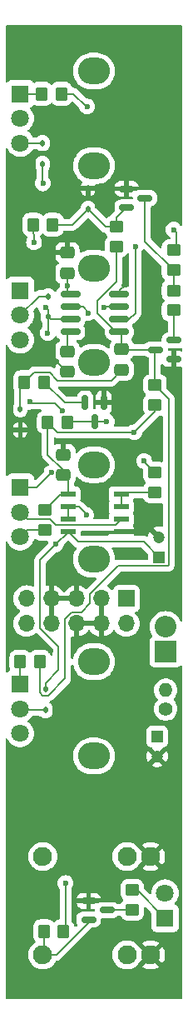
<source format=gbr>
%TF.GenerationSoftware,KiCad,Pcbnew,8.0.0*%
%TF.CreationDate,2024-06-15T01:22:53+02:00*%
%TF.ProjectId,feitw,66656974-772e-46b6-9963-61645f706362,rev?*%
%TF.SameCoordinates,Original*%
%TF.FileFunction,Copper,L2,Bot*%
%TF.FilePolarity,Positive*%
%FSLAX46Y46*%
G04 Gerber Fmt 4.6, Leading zero omitted, Abs format (unit mm)*
G04 Created by KiCad (PCBNEW 8.0.0) date 2024-06-15 01:22:53*
%MOMM*%
%LPD*%
G01*
G04 APERTURE LIST*
G04 Aperture macros list*
%AMRoundRect*
0 Rectangle with rounded corners*
0 $1 Rounding radius*
0 $2 $3 $4 $5 $6 $7 $8 $9 X,Y pos of 4 corners*
0 Add a 4 corners polygon primitive as box body*
4,1,4,$2,$3,$4,$5,$6,$7,$8,$9,$2,$3,0*
0 Add four circle primitives for the rounded corners*
1,1,$1+$1,$2,$3*
1,1,$1+$1,$4,$5*
1,1,$1+$1,$6,$7*
1,1,$1+$1,$8,$9*
0 Add four rect primitives between the rounded corners*
20,1,$1+$1,$2,$3,$4,$5,0*
20,1,$1+$1,$4,$5,$6,$7,0*
20,1,$1+$1,$6,$7,$8,$9,0*
20,1,$1+$1,$8,$9,$2,$3,0*%
G04 Aperture macros list end*
%TA.AperFunction,ComponentPad*%
%ADD10O,1.700000X1.700000*%
%TD*%
%TA.AperFunction,ComponentPad*%
%ADD11R,1.700000X1.700000*%
%TD*%
%TA.AperFunction,SMDPad,CuDef*%
%ADD12R,1.550000X0.600000*%
%TD*%
%TA.AperFunction,SMDPad,CuDef*%
%ADD13RoundRect,0.150000X0.825000X0.150000X-0.825000X0.150000X-0.825000X-0.150000X0.825000X-0.150000X0*%
%TD*%
%TA.AperFunction,ComponentPad*%
%ADD14O,3.240000X2.720000*%
%TD*%
%TA.AperFunction,ComponentPad*%
%ADD15R,1.800000X1.800000*%
%TD*%
%TA.AperFunction,ComponentPad*%
%ADD16C,1.800000*%
%TD*%
%TA.AperFunction,SMDPad,CuDef*%
%ADD17RoundRect,0.250000X0.450000X-0.350000X0.450000X0.350000X-0.450000X0.350000X-0.450000X-0.350000X0*%
%TD*%
%TA.AperFunction,SMDPad,CuDef*%
%ADD18RoundRect,0.250000X0.350000X0.450000X-0.350000X0.450000X-0.350000X-0.450000X0.350000X-0.450000X0*%
%TD*%
%TA.AperFunction,SMDPad,CuDef*%
%ADD19RoundRect,0.250000X-0.450000X0.350000X-0.450000X-0.350000X0.450000X-0.350000X0.450000X0.350000X0*%
%TD*%
%TA.AperFunction,SMDPad,CuDef*%
%ADD20RoundRect,0.250000X-0.350000X-0.450000X0.350000X-0.450000X0.350000X0.450000X-0.350000X0.450000X0*%
%TD*%
%TA.AperFunction,ComponentPad*%
%ADD21O,1.400000X1.400000*%
%TD*%
%TA.AperFunction,ComponentPad*%
%ADD22C,1.400000*%
%TD*%
%TA.AperFunction,SMDPad,CuDef*%
%ADD23RoundRect,0.150000X-0.587500X-0.150000X0.587500X-0.150000X0.587500X0.150000X-0.587500X0.150000X0*%
%TD*%
%TA.AperFunction,SMDPad,CuDef*%
%ADD24RoundRect,0.150000X0.587500X0.150000X-0.587500X0.150000X-0.587500X-0.150000X0.587500X-0.150000X0*%
%TD*%
%TA.AperFunction,SMDPad,CuDef*%
%ADD25RoundRect,0.150000X-0.150000X0.587500X-0.150000X-0.587500X0.150000X-0.587500X0.150000X0.587500X0*%
%TD*%
%TA.AperFunction,ComponentPad*%
%ADD26C,1.930400*%
%TD*%
%TA.AperFunction,SMDPad,CuDef*%
%ADD27RoundRect,0.112500X0.112500X-0.187500X0.112500X0.187500X-0.112500X0.187500X-0.112500X-0.187500X0*%
%TD*%
%TA.AperFunction,SMDPad,CuDef*%
%ADD28RoundRect,0.112500X-0.112500X0.187500X-0.112500X-0.187500X0.112500X-0.187500X0.112500X0.187500X0*%
%TD*%
%TA.AperFunction,ComponentPad*%
%ADD29O,2.200000X2.200000*%
%TD*%
%TA.AperFunction,ComponentPad*%
%ADD30R,2.200000X2.200000*%
%TD*%
%TA.AperFunction,SMDPad,CuDef*%
%ADD31RoundRect,0.250000X-0.475000X0.337500X-0.475000X-0.337500X0.475000X-0.337500X0.475000X0.337500X0*%
%TD*%
%TA.AperFunction,ComponentPad*%
%ADD32C,1.200000*%
%TD*%
%TA.AperFunction,ComponentPad*%
%ADD33R,1.200000X1.200000*%
%TD*%
%TA.AperFunction,SMDPad,CuDef*%
%ADD34RoundRect,0.250000X0.475000X-0.337500X0.475000X0.337500X-0.475000X0.337500X-0.475000X-0.337500X0*%
%TD*%
%TA.AperFunction,ViaPad*%
%ADD35C,0.600000*%
%TD*%
%TA.AperFunction,Conductor*%
%ADD36C,0.200000*%
%TD*%
G04 APERTURE END LIST*
D10*
%TO.P,J2,10,-12V*%
%TO.N,unconnected-(J2--12V-Pad10)*%
X110300000Y-109590000D03*
%TO.P,J2,9,-12V*%
%TO.N,unconnected-(J2--12V-Pad9)*%
X110300000Y-107050000D03*
%TO.P,J2,8,GND*%
%TO.N,GND*%
X112840000Y-109590000D03*
%TO.P,J2,7,GND*%
X112840000Y-107050000D03*
%TO.P,J2,6,GND*%
X115380000Y-109590000D03*
%TO.P,J2,5,GND*%
X115380000Y-107050000D03*
%TO.P,J2,4,GND*%
X117920000Y-109590000D03*
%TO.P,J2,3,GND*%
X117920000Y-107050000D03*
%TO.P,J2,2,+12V*%
%TO.N,Net-(D1-A)*%
X120460000Y-109590000D03*
D11*
%TO.P,J2,1,+12V*%
X120460000Y-107050000D03*
%TD*%
D12*
%TO.P,U2,8,V+*%
%TO.N,+12V*%
X114527200Y-96445000D03*
%TO.P,U2,7*%
%TO.N,Net-(U2B--)*%
X114527200Y-97715000D03*
%TO.P,U2,6,-*%
X114527200Y-98985000D03*
%TO.P,U2,5,+*%
%TO.N,Net-(D6-K)*%
X114527200Y-100255000D03*
%TO.P,U2,4,V-*%
%TO.N,GND*%
X119927200Y-100255000D03*
%TO.P,U2,3,+*%
%TO.N,Net-(U2A-+)*%
X119927200Y-98985000D03*
%TO.P,U2,2,-*%
%TO.N,Net-(U2A--)*%
X119927200Y-97715000D03*
%TO.P,U2,1*%
X119927200Y-96445000D03*
%TD*%
D13*
%TO.P,U1,8,VCC*%
%TO.N,+12V*%
X114785000Y-76145000D03*
%TO.P,U1,7,DIS*%
%TO.N,Net-(U1-DIS)*%
X114785000Y-77415000D03*
%TO.P,U1,6,THR*%
%TO.N,Net-(D6-K)*%
X114785000Y-78685000D03*
%TO.P,U1,5,CV*%
%TO.N,Net-(U1-CV)*%
X114785000Y-79955000D03*
%TO.P,U1,4,R*%
%TO.N,Net-(Q2-C)*%
X119735000Y-79955000D03*
%TO.P,U1,3,Q*%
%TO.N,Net-(U1-Q)*%
X119735000Y-78685000D03*
%TO.P,U1,2,TR*%
%TO.N,Net-(Q1-C)*%
X119735000Y-77415000D03*
%TO.P,U1,1,GND*%
%TO.N,GND*%
X119735000Y-76145000D03*
%TD*%
D14*
%TO.P,RV4,*%
%TO.N,*%
X117160000Y-113450000D03*
X117160000Y-123050000D03*
D15*
%TO.P,RV4,1,1*%
%TO.N,Net-(R14-Pad2)*%
X109660000Y-115750000D03*
D16*
%TO.P,RV4,2,2*%
%TO.N,Net-(D8-K)*%
X109660000Y-118250000D03*
%TO.P,RV4,3,3*%
X109660000Y-120750000D03*
%TD*%
D14*
%TO.P,RV3,*%
%TO.N,*%
X117160000Y-93450000D03*
X117160000Y-103050000D03*
D15*
%TO.P,RV3,1,1*%
%TO.N,Net-(U1-DIS)*%
X109660000Y-95750000D03*
D16*
%TO.P,RV3,2,2*%
%TO.N,Net-(U2A-+)*%
X109660000Y-98250000D03*
%TO.P,RV3,3,3*%
%TO.N,Net-(R15-Pad1)*%
X109660000Y-100750000D03*
%TD*%
D14*
%TO.P,RV2,*%
%TO.N,*%
X117160000Y-73450000D03*
X117160000Y-83050000D03*
D15*
%TO.P,RV2,1,1*%
%TO.N,Net-(R13-Pad2)*%
X109660000Y-75750000D03*
D16*
%TO.P,RV2,2,2*%
%TO.N,Net-(D7-K)*%
X109660000Y-78250000D03*
%TO.P,RV2,3,3*%
X109660000Y-80750000D03*
%TD*%
D14*
%TO.P,RV1,*%
%TO.N,*%
X117160000Y-53450000D03*
X117160000Y-63050000D03*
D15*
%TO.P,RV1,1,1*%
%TO.N,Net-(R1-Pad2)*%
X109660000Y-55750000D03*
D16*
%TO.P,RV1,2,2*%
%TO.N,Net-(D6-A)*%
X109660000Y-58250000D03*
%TO.P,RV1,3,3*%
X109660000Y-60750000D03*
%TD*%
D17*
%TO.P,R15,2*%
%TO.N,+12V*%
X112160000Y-98050000D03*
%TO.P,R15,1*%
%TO.N,Net-(R15-Pad1)*%
X112160000Y-100050000D03*
%TD*%
D18*
%TO.P,R14,2*%
%TO.N,Net-(R14-Pad2)*%
X109660000Y-113450000D03*
%TO.P,R14,1*%
%TO.N,Net-(Q2-C)*%
X111660000Y-113450000D03*
%TD*%
D17*
%TO.P,R13,2*%
%TO.N,Net-(R13-Pad2)*%
X123360000Y-94250000D03*
%TO.P,R13,1*%
%TO.N,Net-(U2A--)*%
X123360000Y-96250000D03*
%TD*%
D18*
%TO.P,R12,2*%
%TO.N,Net-(Q4-B)*%
X112060000Y-140850000D03*
%TO.P,R12,1*%
%TO.N,Net-(U2B--)*%
X114060000Y-140850000D03*
%TD*%
D19*
%TO.P,R11,2*%
%TO.N,Net-(Q2-C)*%
X119460000Y-71250000D03*
%TO.P,R11,1*%
%TO.N,Net-(D4-K)*%
X119460000Y-69250000D03*
%TD*%
D20*
%TO.P,R10,2*%
%TO.N,Net-(D4-K)*%
X112960000Y-69050000D03*
%TO.P,R10,1*%
%TO.N,Net-(J3-PadT)*%
X110960000Y-69050000D03*
%TD*%
D19*
%TO.P,R8,2*%
%TO.N,Net-(Q3-C)*%
X125260000Y-73650000D03*
%TO.P,R8,1*%
%TO.N,+12V*%
X125260000Y-71650000D03*
%TD*%
%TO.P,R7,2*%
%TO.N,Net-(Q2-B)*%
X125260000Y-77750000D03*
%TO.P,R7,1*%
%TO.N,Net-(Q3-C)*%
X125260000Y-75750000D03*
%TD*%
D17*
%TO.P,R6,2*%
%TO.N,Net-(Q2-C)*%
X123360000Y-85350000D03*
%TO.P,R6,1*%
%TO.N,+12V*%
X123360000Y-87350000D03*
%TD*%
D18*
%TO.P,R5,2*%
%TO.N,Net-(D5-K)*%
X110060000Y-85050000D03*
%TO.P,R5,1*%
%TO.N,Net-(Q1-B)*%
X112060000Y-85050000D03*
%TD*%
D19*
%TO.P,R4,1*%
%TO.N,Net-(D2-K)*%
X121050000Y-136670000D03*
%TO.P,R4,2*%
%TO.N,Net-(Q4-C)*%
X121050000Y-138670000D03*
%TD*%
D21*
%TO.P,R3,2*%
%TO.N,Net-(D1-K)*%
X124460000Y-116355000D03*
D22*
%TO.P,R3,1*%
%TO.N,+12V*%
X124460000Y-118255000D03*
%TD*%
D18*
%TO.P,R2,2*%
%TO.N,+12V*%
X112460000Y-89150000D03*
%TO.P,R2,1*%
%TO.N,Net-(Q1-C)*%
X114460000Y-89150000D03*
%TD*%
%TO.P,R1,2*%
%TO.N,Net-(R1-Pad2)*%
X111860000Y-55750000D03*
%TO.P,R1,1*%
%TO.N,Net-(U1-Q)*%
X113860000Y-55750000D03*
%TD*%
D23*
%TO.P,Q4,3,C*%
%TO.N,Net-(Q4-C)*%
X118490000Y-138710000D03*
%TO.P,Q4,2,E*%
%TO.N,GND*%
X116615000Y-137760000D03*
%TO.P,Q4,1,B*%
%TO.N,Net-(Q4-B)*%
X116615000Y-139660000D03*
%TD*%
%TO.P,Q3,3,C*%
%TO.N,Net-(Q3-C)*%
X122360000Y-66350000D03*
%TO.P,Q3,2,E*%
%TO.N,GND*%
X120485000Y-65400000D03*
%TO.P,Q3,1,B*%
%TO.N,Net-(D4-K)*%
X120485000Y-67300000D03*
%TD*%
D24*
%TO.P,Q2,3,C*%
%TO.N,Net-(Q2-C)*%
X123422500Y-81750000D03*
%TO.P,Q2,2,E*%
%TO.N,GND*%
X125297500Y-82700000D03*
%TO.P,Q2,1,B*%
%TO.N,Net-(Q2-B)*%
X125297500Y-80800000D03*
%TD*%
D25*
%TO.P,Q1,3,C*%
%TO.N,Net-(Q1-C)*%
X117210000Y-89025000D03*
%TO.P,Q1,2,E*%
%TO.N,GND*%
X118160000Y-87150000D03*
%TO.P,Q1,1,B*%
%TO.N,Net-(Q1-B)*%
X116260000Y-87150000D03*
%TD*%
D26*
%TO.P,J3,TN*%
%TO.N,unconnected-(J3-PadTN)*%
X120512800Y-133250000D03*
%TO.P,J3,T*%
%TO.N,Net-(J3-PadT)*%
X111953000Y-133250000D03*
%TO.P,J3,S*%
%TO.N,GND*%
X122925800Y-133250000D03*
%TD*%
%TO.P,J1,TN*%
%TO.N,unconnected-(J1-PadTN)*%
X120512800Y-143250000D03*
%TO.P,J1,T*%
%TO.N,Net-(Q4-B)*%
X111953000Y-143250000D03*
%TO.P,J1,S*%
%TO.N,GND*%
X122925800Y-143250000D03*
%TD*%
D27*
%TO.P,D8,2,A*%
%TO.N,Net-(D6-K)*%
X112232500Y-116277500D03*
%TO.P,D8,1,K*%
%TO.N,Net-(D8-K)*%
X112232500Y-118377500D03*
%TD*%
D28*
%TO.P,D7,2,A*%
%TO.N,Net-(D6-K)*%
X112482500Y-78422500D03*
%TO.P,D7,1,K*%
%TO.N,Net-(D7-K)*%
X112482500Y-76322500D03*
%TD*%
D27*
%TO.P,D6,2,A*%
%TO.N,Net-(D6-A)*%
X111932500Y-60777500D03*
%TO.P,D6,1,K*%
%TO.N,Net-(D6-K)*%
X111932500Y-62877500D03*
%TD*%
D28*
%TO.P,D5,2,A*%
%TO.N,GND*%
X109660000Y-89900000D03*
%TO.P,D5,1,K*%
%TO.N,Net-(D5-K)*%
X109660000Y-87800000D03*
%TD*%
D27*
%TO.P,D4,2,A*%
%TO.N,GND*%
X116560000Y-65350000D03*
%TO.P,D4,1,K*%
%TO.N,Net-(D4-K)*%
X116560000Y-67450000D03*
%TD*%
D16*
%TO.P,D2,2,A*%
%TO.N,+12V*%
X124395000Y-136985000D03*
D15*
%TO.P,D2,1,K*%
%TO.N,Net-(D2-K)*%
X124395000Y-139525000D03*
%TD*%
D29*
%TO.P,D1,2,A*%
%TO.N,Net-(D1-A)*%
X124460000Y-109913532D03*
D30*
%TO.P,D1,1,K*%
%TO.N,Net-(D1-K)*%
X124460000Y-112453532D03*
%TD*%
D31*
%TO.P,C7,2*%
%TO.N,+12V*%
X114060000Y-94487500D03*
%TO.P,C7,1*%
%TO.N,GND*%
X114060000Y-92412500D03*
%TD*%
D32*
%TO.P,C6,2*%
%TO.N,GND*%
X123787400Y-100822598D03*
D33*
%TO.P,C6,1*%
%TO.N,Net-(D6-K)*%
X123787400Y-102822598D03*
%TD*%
D31*
%TO.P,C5,2*%
%TO.N,Net-(D5-K)*%
X119997500Y-83787500D03*
%TO.P,C5,1*%
%TO.N,Net-(Q2-C)*%
X119997500Y-81712500D03*
%TD*%
%TO.P,C4,2*%
%TO.N,GND*%
X114460000Y-83987500D03*
%TO.P,C4,1*%
%TO.N,Net-(U1-CV)*%
X114460000Y-81912500D03*
%TD*%
D32*
%TO.P,C2,2*%
%TO.N,GND*%
X123587400Y-123077398D03*
D33*
%TO.P,C2,1*%
%TO.N,+12V*%
X123587400Y-121077398D03*
%TD*%
D34*
%TO.P,C1,2*%
%TO.N,GND*%
X114460000Y-71912500D03*
%TO.P,C1,1*%
%TO.N,+12V*%
X114460000Y-73987500D03*
%TD*%
D35*
%TO.N,GND*%
X124660000Y-67350000D03*
X109810000Y-82825000D03*
X109660000Y-92575000D03*
X122835000Y-98550000D03*
X110410000Y-103675000D03*
X110360000Y-111600000D03*
X112760000Y-112350000D03*
X111960000Y-51650000D03*
X121960000Y-56850000D03*
X114760000Y-64650000D03*
X116960000Y-80250000D03*
X120360000Y-75150000D03*
X123560000Y-73850000D03*
X123260000Y-80150000D03*
X122160000Y-86350000D03*
X123660000Y-89450000D03*
X115460000Y-91150000D03*
X113360000Y-82950000D03*
X108860000Y-124450000D03*
X112760000Y-122150000D03*
X120560000Y-118150000D03*
X120460000Y-102250000D03*
X122960000Y-106050000D03*
X117260000Y-96650000D03*
X109860000Y-72950000D03*
X116960000Y-70450000D03*
X125360000Y-84550000D03*
X120060000Y-86950000D03*
X114860000Y-85950000D03*
%TO.N,Net-(U2B--)*%
X114260000Y-135950000D03*
X116360000Y-98550000D03*
%TO.N,Net-(R13-Pad2)*%
X110660000Y-87050000D03*
X113960000Y-87950000D03*
X122260000Y-93050000D03*
%TO.N,Net-(D6-K)*%
X113260000Y-101550000D03*
X112460000Y-80050000D03*
%TO.N,Net-(U1-DIS)*%
X112835000Y-94250000D03*
X116560000Y-78050000D03*
%TO.N,Net-(Q1-C)*%
X118460000Y-89050000D03*
X118160000Y-77450000D03*
%TO.N,Net-(U1-Q)*%
X121360000Y-71250000D03*
X116460000Y-57050000D03*
%TO.N,Net-(J3-PadT)*%
X111060000Y-70850000D03*
%TO.N,Net-(D6-K)*%
X112260000Y-77450000D03*
X111960000Y-64850000D03*
%TO.N,+12V*%
X125260000Y-69550000D03*
X114460000Y-75250000D03*
X121260000Y-90150000D03*
%TD*%
D36*
%TO.N,Net-(Q4-B)*%
X116615000Y-139959999D02*
X113324999Y-143250000D01*
X116615000Y-139660000D02*
X116615000Y-139959999D01*
X113324999Y-143250000D02*
X111953000Y-143250000D01*
%TO.N,Net-(Q4-C)*%
X118530000Y-138670000D02*
X118490000Y-138710000D01*
X121050000Y-138670000D02*
X118530000Y-138670000D01*
%TO.N,Net-(D2-K)*%
X121540000Y-136670000D02*
X121050000Y-136670000D01*
X124395000Y-139525000D02*
X121540000Y-136670000D01*
%TO.N,GND*%
X119735000Y-75775000D02*
X120360000Y-75150000D01*
X119735000Y-76145000D02*
X119735000Y-75775000D01*
X114397500Y-83987500D02*
X113360000Y-82950000D01*
X114460000Y-83987500D02*
X114397500Y-83987500D01*
X114460000Y-83987500D02*
X114097500Y-83987500D01*
%TO.N,Net-(Q2-C)*%
X124760000Y-86750000D02*
X123360000Y-85350000D01*
X116770000Y-106573654D02*
X119621056Y-103722598D01*
X116770000Y-107526346D02*
X116770000Y-106573654D01*
X115856346Y-108440000D02*
X116770000Y-107526346D01*
X119621056Y-103722598D02*
X124687400Y-103722598D01*
X114903654Y-108440000D02*
X115856346Y-108440000D01*
X114230000Y-109113654D02*
X114903654Y-108440000D01*
X124760000Y-103649998D02*
X124760000Y-86750000D01*
X114230000Y-115166480D02*
X114230000Y-109113654D01*
X124687400Y-103722598D02*
X124760000Y-103649998D01*
X112518980Y-116877500D02*
X114230000Y-115166480D01*
X111946020Y-116877500D02*
X112518980Y-116877500D01*
X111660000Y-113450000D02*
X111660000Y-116591480D01*
X111660000Y-116591480D02*
X111946020Y-116877500D01*
%TO.N,Net-(D6-K)*%
X111690000Y-110080000D02*
X111690000Y-103120000D01*
X113560000Y-111950000D02*
X111690000Y-110080000D01*
X113560000Y-114279744D02*
X113560000Y-111950000D01*
X111690000Y-103120000D02*
X113260000Y-101550000D01*
X112232500Y-115607244D02*
X113560000Y-114279744D01*
X112232500Y-116277500D02*
X112232500Y-115607244D01*
%TO.N,Net-(U2B--)*%
X114060000Y-140850000D02*
X114260000Y-140650000D01*
X114260000Y-140650000D02*
X114260000Y-135950000D01*
X116460000Y-98550000D02*
X116360000Y-98450000D01*
X116360000Y-98550000D02*
X116460000Y-98550000D01*
X116360000Y-98450000D02*
X116360000Y-98550000D01*
X114527200Y-97715000D02*
X115625000Y-97715000D01*
X115625000Y-97715000D02*
X116360000Y-98450000D01*
%TO.N,Net-(R13-Pad2)*%
X110560000Y-87050000D02*
X110660000Y-87150000D01*
X110660000Y-87050000D02*
X110560000Y-87050000D01*
X110660000Y-87150000D02*
X110660000Y-87050000D01*
X110710000Y-87200000D02*
X110660000Y-87150000D01*
X113210000Y-87200000D02*
X110710000Y-87200000D01*
X113960000Y-87950000D02*
X113210000Y-87200000D01*
X122160000Y-93050000D02*
X122260000Y-93150000D01*
X122260000Y-93050000D02*
X122160000Y-93050000D01*
X122260000Y-93150000D02*
X122260000Y-93050000D01*
X123360000Y-94250000D02*
X122260000Y-93150000D01*
%TO.N,Net-(Q2-C)*%
X119460000Y-74804448D02*
X117460000Y-76804448D01*
X119460000Y-71250000D02*
X119460000Y-74804448D01*
X119389448Y-79955000D02*
X119735000Y-79955000D01*
X117460000Y-76804448D02*
X117460000Y-78025552D01*
X117460000Y-78025552D02*
X119389448Y-79955000D01*
%TO.N,Net-(Q1-C)*%
X119735000Y-77415000D02*
X118195000Y-77415000D01*
X118195000Y-77415000D02*
X118160000Y-77450000D01*
%TO.N,Net-(Q2-C)*%
X123360000Y-81812500D02*
X123422500Y-81750000D01*
X123360000Y-85350000D02*
X123360000Y-81812500D01*
%TO.N,Net-(U1-CV)*%
X114460000Y-80280000D02*
X114785000Y-79955000D01*
X114460000Y-81912500D02*
X114460000Y-80280000D01*
%TO.N,Net-(R14-Pad2)*%
X109660000Y-113450000D02*
X109660000Y-115750000D01*
%TO.N,Net-(D6-K)*%
X114527200Y-100282800D02*
X113260000Y-101550000D01*
X114527200Y-100255000D02*
X114527200Y-100282800D01*
%TO.N,Net-(U1-DIS)*%
X111335000Y-95750000D02*
X109660000Y-95750000D01*
X112835000Y-94250000D02*
X111335000Y-95750000D01*
%TO.N,+12V*%
X112460000Y-92409744D02*
X112460000Y-89150000D01*
X114060000Y-94009744D02*
X112460000Y-92409744D01*
X114060000Y-94487500D02*
X114060000Y-94009744D01*
%TO.N,Net-(D6-K)*%
X112482500Y-80072500D02*
X112482500Y-80127500D01*
X112460000Y-80050000D02*
X112482500Y-80072500D01*
X112482500Y-80027500D02*
X112460000Y-80050000D01*
X112482500Y-80127500D02*
X112460000Y-80150000D01*
X112482500Y-78422500D02*
X112482500Y-80027500D01*
%TO.N,Net-(U1-DIS)*%
X116660000Y-78050000D02*
X116560000Y-77950000D01*
X116560000Y-78050000D02*
X116660000Y-78050000D01*
X116560000Y-77950000D02*
X116560000Y-78050000D01*
X116025000Y-77415000D02*
X116560000Y-77950000D01*
X114785000Y-77415000D02*
X116025000Y-77415000D01*
%TO.N,Net-(Q1-C)*%
X118435000Y-89025000D02*
X118460000Y-89050000D01*
X117210000Y-89025000D02*
X118435000Y-89025000D01*
%TO.N,Net-(U1-Q)*%
X120709999Y-78685000D02*
X121360000Y-78034999D01*
X119735000Y-78685000D02*
X120709999Y-78685000D01*
X121360000Y-78034999D02*
X121360000Y-71250000D01*
X116460000Y-57150000D02*
X116360000Y-57050000D01*
X116460000Y-57050000D02*
X116460000Y-57150000D01*
X116360000Y-57050000D02*
X116460000Y-57050000D01*
X115060000Y-55750000D02*
X116360000Y-57050000D01*
X113860000Y-55750000D02*
X115060000Y-55750000D01*
%TO.N,Net-(J3-PadT)*%
X111060000Y-70850000D02*
X110960000Y-70750000D01*
X110960000Y-69050000D02*
X111060000Y-70850000D01*
%TO.N,Net-(D6-K)*%
X112482500Y-77672500D02*
X112260000Y-77450000D01*
X112482500Y-78422500D02*
X112482500Y-77672500D01*
X112060000Y-64850000D02*
X111960000Y-64750000D01*
X111960000Y-64850000D02*
X112060000Y-64850000D01*
X111960000Y-64750000D02*
X111960000Y-64850000D01*
X111932500Y-62877500D02*
X111932500Y-64722500D01*
X111932500Y-64722500D02*
X111960000Y-64750000D01*
%TO.N,+12V*%
X125560000Y-71350000D02*
X125560000Y-69850000D01*
X125260000Y-71650000D02*
X125560000Y-71350000D01*
X125560000Y-69850000D02*
X125260000Y-69550000D01*
X114460000Y-75250000D02*
X114460000Y-73987500D01*
X114460000Y-75820000D02*
X114460000Y-75250000D01*
X114785000Y-76145000D02*
X114460000Y-75820000D01*
%TO.N,Net-(D7-K)*%
X112482500Y-76322500D02*
X111587500Y-76322500D01*
X111587500Y-76322500D02*
X109660000Y-78250000D01*
%TO.N,Net-(D5-K)*%
X111060000Y-84050000D02*
X110060000Y-85050000D01*
X118910000Y-84875000D02*
X113469744Y-84875000D01*
X113469744Y-84875000D02*
X112644744Y-84050000D01*
X119997500Y-83787500D02*
X118910000Y-84875000D01*
%TO.N,Net-(Q1-B)*%
X114160000Y-87150000D02*
X112060000Y-85050000D01*
X116260000Y-87150000D02*
X114160000Y-87150000D01*
%TO.N,Net-(D5-K)*%
X112644744Y-84050000D02*
X111060000Y-84050000D01*
%TO.N,Net-(D6-K)*%
X122214802Y-101250000D02*
X123787400Y-102822598D01*
X114527200Y-100255000D02*
X115522200Y-101250000D01*
X115522200Y-101250000D02*
X122214802Y-101250000D01*
%TO.N,Net-(U2A-+)*%
X113279744Y-99585000D02*
X112644744Y-98950000D01*
X112644744Y-98950000D02*
X110360000Y-98950000D01*
X119327200Y-99585000D02*
X113279744Y-99585000D01*
X119927200Y-98985000D02*
X119327200Y-99585000D01*
X110360000Y-98950000D02*
X109660000Y-98250000D01*
%TO.N,Net-(U2B--)*%
X114527200Y-97715000D02*
X114527200Y-98985000D01*
%TO.N,Net-(Q4-B)*%
X112060000Y-140850000D02*
X112060000Y-143143000D01*
X112060000Y-143143000D02*
X111953000Y-143250000D01*
%TO.N,Net-(D8-K)*%
X109787500Y-118377500D02*
X109660000Y-118250000D01*
X112232500Y-118377500D02*
X109787500Y-118377500D01*
%TO.N,+12V*%
X113765000Y-96445000D02*
X114527200Y-96445000D01*
X112160000Y-98050000D02*
X113765000Y-96445000D01*
%TO.N,Net-(R1-Pad2)*%
X111860000Y-55750000D02*
X109660000Y-55750000D01*
%TO.N,Net-(D6-A)*%
X109687500Y-60777500D02*
X109660000Y-60750000D01*
X111932500Y-60777500D02*
X109687500Y-60777500D01*
%TO.N,Net-(D6-K)*%
X112745000Y-78685000D02*
X112482500Y-78422500D01*
X114785000Y-78685000D02*
X112745000Y-78685000D01*
%TO.N,Net-(D4-K)*%
X112960000Y-69050000D02*
X114960000Y-69050000D01*
X114960000Y-69050000D02*
X116560000Y-67450000D01*
X118360000Y-69250000D02*
X116560000Y-67450000D01*
X119460000Y-69250000D02*
X118360000Y-69250000D01*
X119460000Y-68325000D02*
X120485000Y-67300000D01*
X119460000Y-69250000D02*
X119460000Y-68325000D01*
%TO.N,Net-(Q3-C)*%
X122360000Y-70750000D02*
X122360000Y-66350000D01*
X125260000Y-73650000D02*
X122360000Y-70750000D01*
X125260000Y-75750000D02*
X125260000Y-73650000D01*
%TO.N,Net-(Q2-C)*%
X119997500Y-80217500D02*
X119735000Y-79955000D01*
X119997500Y-81712500D02*
X119997500Y-80217500D01*
X120035000Y-81750000D02*
X119997500Y-81712500D01*
X123422500Y-81750000D02*
X120035000Y-81750000D01*
%TO.N,Net-(Q2-B)*%
X125297500Y-77787500D02*
X125260000Y-77750000D01*
X125297500Y-80800000D02*
X125297500Y-77787500D01*
%TO.N,Net-(D5-K)*%
X109660000Y-85450000D02*
X110060000Y-85050000D01*
X109660000Y-87800000D02*
X109660000Y-85450000D01*
%TO.N,Net-(Q1-C)*%
X114585000Y-89025000D02*
X114460000Y-89150000D01*
X117210000Y-89025000D02*
X114585000Y-89025000D01*
%TO.N,+12V*%
X112460000Y-89150000D02*
X113460000Y-90150000D01*
X113460000Y-90150000D02*
X121260000Y-90150000D01*
X123360000Y-87350000D02*
X123360000Y-88050000D01*
X123360000Y-88050000D02*
X121260000Y-90150000D01*
X114527200Y-94954700D02*
X114060000Y-94487500D01*
X114527200Y-96445000D02*
X114527200Y-94954700D01*
%TO.N,Net-(U2A--)*%
X119927200Y-96445000D02*
X119927200Y-97715000D01*
X120122200Y-96250000D02*
X119927200Y-96445000D01*
X123360000Y-96250000D02*
X120122200Y-96250000D01*
%TO.N,Net-(R15-Pad1)*%
X110360000Y-100050000D02*
X109660000Y-100750000D01*
X112160000Y-100050000D02*
X110360000Y-100050000D01*
%TD*%
%TA.AperFunction,Conductor*%
%TO.N,GND*%
G36*
X126080772Y-81591016D02*
G01*
X126139443Y-81628957D01*
X126168287Y-81692595D01*
X126169500Y-81709894D01*
X126169500Y-81790625D01*
X126149815Y-81857664D01*
X126097011Y-81903419D01*
X126027853Y-81913363D01*
X126010909Y-81909702D01*
X125987498Y-81902901D01*
X125987489Y-81902899D01*
X125950649Y-81900000D01*
X125547500Y-81900000D01*
X125547500Y-83500000D01*
X125950634Y-83500000D01*
X125950649Y-83499999D01*
X125987489Y-83497100D01*
X125987495Y-83497099D01*
X126010905Y-83490298D01*
X126080774Y-83490497D01*
X126139444Y-83528439D01*
X126168288Y-83592077D01*
X126169500Y-83609374D01*
X126169500Y-109234930D01*
X126149815Y-109301969D01*
X126097011Y-109347724D01*
X126027853Y-109357668D01*
X125964297Y-109328643D01*
X125930939Y-109282383D01*
X125890466Y-109184672D01*
X125758839Y-108969878D01*
X125758838Y-108969875D01*
X125621590Y-108809179D01*
X125595224Y-108778308D01*
X125425245Y-108633132D01*
X125403656Y-108614693D01*
X125403653Y-108614692D01*
X125188859Y-108483065D01*
X124956110Y-108386658D01*
X124711151Y-108327849D01*
X124460000Y-108308083D01*
X124208848Y-108327849D01*
X123963889Y-108386658D01*
X123731140Y-108483065D01*
X123516346Y-108614692D01*
X123516343Y-108614693D01*
X123324776Y-108778308D01*
X123161161Y-108969875D01*
X123161160Y-108969878D01*
X123029533Y-109184672D01*
X122933126Y-109417421D01*
X122874317Y-109662380D01*
X122854551Y-109913532D01*
X122874317Y-110164683D01*
X122933126Y-110409642D01*
X123029533Y-110642391D01*
X123110520Y-110774548D01*
X123128765Y-110841994D01*
X123107649Y-110908596D01*
X123079105Y-110938604D01*
X123002452Y-110995987D01*
X122916206Y-111111196D01*
X122916202Y-111111203D01*
X122865908Y-111246049D01*
X122859501Y-111305648D01*
X122859500Y-111305667D01*
X122859500Y-113601402D01*
X122859501Y-113601408D01*
X122865908Y-113661015D01*
X122916202Y-113795860D01*
X122916206Y-113795867D01*
X123002452Y-113911076D01*
X123002455Y-113911079D01*
X123117664Y-113997325D01*
X123117671Y-113997329D01*
X123252517Y-114047623D01*
X123252516Y-114047623D01*
X123259444Y-114048367D01*
X123312127Y-114054032D01*
X125607872Y-114054031D01*
X125667483Y-114047623D01*
X125802331Y-113997328D01*
X125917546Y-113911078D01*
X125946234Y-113872754D01*
X126002167Y-113830885D01*
X126071859Y-113825901D01*
X126133182Y-113859386D01*
X126166666Y-113920709D01*
X126169500Y-113947067D01*
X126169500Y-147575500D01*
X126149815Y-147642539D01*
X126097011Y-147688294D01*
X126045500Y-147699500D01*
X108274500Y-147699500D01*
X108207461Y-147679815D01*
X108161706Y-147627011D01*
X108150500Y-147575500D01*
X108150500Y-143250005D01*
X110482277Y-143250005D01*
X110502335Y-143492069D01*
X110561965Y-143727543D01*
X110659537Y-143949986D01*
X110792390Y-144153334D01*
X110792393Y-144153337D01*
X110956906Y-144332046D01*
X110956909Y-144332048D01*
X110956912Y-144332051D01*
X111148582Y-144481234D01*
X111148588Y-144481238D01*
X111148591Y-144481240D01*
X111323873Y-144576098D01*
X111361372Y-144596392D01*
X111362217Y-144596849D01*
X111591959Y-144675719D01*
X111831549Y-144715700D01*
X111831550Y-144715700D01*
X112074450Y-144715700D01*
X112074451Y-144715700D01*
X112314041Y-144675719D01*
X112543783Y-144596849D01*
X112757409Y-144481240D01*
X112757944Y-144480824D01*
X112821776Y-144431140D01*
X112949094Y-144332046D01*
X113113607Y-144153337D01*
X113246462Y-143949987D01*
X113257558Y-143924691D01*
X113302514Y-143871205D01*
X113369250Y-143850515D01*
X113371114Y-143850501D01*
X113404053Y-143850501D01*
X113404056Y-143850501D01*
X113556784Y-143809577D01*
X113606903Y-143780639D01*
X113693715Y-143730520D01*
X113805519Y-143618716D01*
X113805519Y-143618714D01*
X113815727Y-143608507D01*
X113815728Y-143608504D01*
X114174227Y-143250005D01*
X119042077Y-143250005D01*
X119062135Y-143492069D01*
X119121765Y-143727543D01*
X119219337Y-143949986D01*
X119352190Y-144153334D01*
X119352193Y-144153337D01*
X119516706Y-144332046D01*
X119516709Y-144332048D01*
X119516712Y-144332051D01*
X119708382Y-144481234D01*
X119708388Y-144481238D01*
X119708391Y-144481240D01*
X119883673Y-144576098D01*
X119921172Y-144596392D01*
X119922017Y-144596849D01*
X120151759Y-144675719D01*
X120391349Y-144715700D01*
X120391350Y-144715700D01*
X120634250Y-144715700D01*
X120634251Y-144715700D01*
X120873841Y-144675719D01*
X121103583Y-144596849D01*
X121317209Y-144481240D01*
X121317744Y-144480824D01*
X121381576Y-144431140D01*
X121508894Y-144332046D01*
X121673407Y-144153337D01*
X121674847Y-144151132D01*
X121690977Y-144131269D01*
X122488152Y-143334094D01*
X122511592Y-143421571D01*
X122570111Y-143522930D01*
X122652870Y-143605689D01*
X122754229Y-143664208D01*
X122841705Y-143687647D01*
X122080540Y-144448811D01*
X122121667Y-144480822D01*
X122121670Y-144480824D01*
X122335212Y-144596386D01*
X122335226Y-144596392D01*
X122564879Y-144675233D01*
X122804390Y-144715200D01*
X123047210Y-144715200D01*
X123286720Y-144675233D01*
X123516373Y-144596392D01*
X123516387Y-144596386D01*
X123729931Y-144480823D01*
X123729937Y-144480818D01*
X123771058Y-144448812D01*
X123771059Y-144448811D01*
X123009894Y-143687647D01*
X123097371Y-143664208D01*
X123198730Y-143605689D01*
X123281489Y-143522930D01*
X123340008Y-143421571D01*
X123363447Y-143334094D01*
X124124092Y-144094740D01*
X124218821Y-143949749D01*
X124316361Y-143727378D01*
X124375969Y-143491994D01*
X124375971Y-143491982D01*
X124396022Y-143250005D01*
X124396022Y-143249994D01*
X124375971Y-143008017D01*
X124375969Y-143008005D01*
X124316361Y-142772621D01*
X124218823Y-142550255D01*
X124124092Y-142405258D01*
X123363447Y-143165904D01*
X123340008Y-143078429D01*
X123281489Y-142977070D01*
X123198730Y-142894311D01*
X123097371Y-142835792D01*
X123009894Y-142812352D01*
X123771058Y-142051187D01*
X123771058Y-142051185D01*
X123729943Y-142019184D01*
X123729932Y-142019177D01*
X123516387Y-141903613D01*
X123516373Y-141903607D01*
X123286720Y-141824766D01*
X123047210Y-141784800D01*
X122804390Y-141784800D01*
X122564879Y-141824766D01*
X122335226Y-141903607D01*
X122335212Y-141903613D01*
X122121668Y-142019177D01*
X122121665Y-142019179D01*
X122080539Y-142051187D01*
X122841705Y-142812352D01*
X122754229Y-142835792D01*
X122652870Y-142894311D01*
X122570111Y-142977070D01*
X122511592Y-143078429D01*
X122488152Y-143165904D01*
X121690973Y-142368725D01*
X121674848Y-142348869D01*
X121673407Y-142346663D01*
X121508894Y-142167954D01*
X121508889Y-142167950D01*
X121508887Y-142167948D01*
X121317217Y-142018765D01*
X121317211Y-142018761D01*
X121103584Y-141903151D01*
X121103579Y-141903149D01*
X120873843Y-141824281D01*
X120714114Y-141797627D01*
X120634251Y-141784300D01*
X120391349Y-141784300D01*
X120331451Y-141794295D01*
X120151756Y-141824281D01*
X119922020Y-141903149D01*
X119922015Y-141903151D01*
X119708388Y-142018761D01*
X119708382Y-142018765D01*
X119516712Y-142167948D01*
X119516709Y-142167951D01*
X119352190Y-142346665D01*
X119219337Y-142550013D01*
X119121765Y-142772456D01*
X119062135Y-143007930D01*
X119042077Y-143249994D01*
X119042077Y-143250005D01*
X114174227Y-143250005D01*
X116927415Y-140496819D01*
X116988738Y-140463334D01*
X117015096Y-140460500D01*
X117268186Y-140460500D01*
X117268194Y-140460500D01*
X117305069Y-140457598D01*
X117305071Y-140457597D01*
X117305073Y-140457597D01*
X117346691Y-140445505D01*
X117462898Y-140411744D01*
X117604365Y-140328081D01*
X117720581Y-140211865D01*
X117804244Y-140070398D01*
X117850098Y-139912569D01*
X117853000Y-139875694D01*
X117853000Y-139634500D01*
X117872685Y-139567461D01*
X117925489Y-139521706D01*
X117977000Y-139510500D01*
X119143186Y-139510500D01*
X119143194Y-139510500D01*
X119180069Y-139507598D01*
X119180071Y-139507597D01*
X119180073Y-139507597D01*
X119221691Y-139495505D01*
X119337898Y-139461744D01*
X119479365Y-139378081D01*
X119550628Y-139306817D01*
X119611949Y-139273334D01*
X119638308Y-139270500D01*
X119804092Y-139270500D01*
X119871131Y-139290185D01*
X119909636Y-139334271D01*
X119911395Y-139333187D01*
X119915185Y-139339331D01*
X119915186Y-139339334D01*
X120007288Y-139488656D01*
X120131344Y-139612712D01*
X120280666Y-139704814D01*
X120447203Y-139759999D01*
X120549991Y-139770500D01*
X121550008Y-139770499D01*
X121550016Y-139770498D01*
X121550019Y-139770498D01*
X121612386Y-139764127D01*
X121652797Y-139759999D01*
X121819334Y-139704814D01*
X121968656Y-139612712D01*
X122092712Y-139488656D01*
X122184814Y-139339334D01*
X122239999Y-139172797D01*
X122250500Y-139070009D01*
X122250499Y-138529095D01*
X122270183Y-138462058D01*
X122322987Y-138416303D01*
X122392146Y-138406359D01*
X122455702Y-138435384D01*
X122462180Y-138441416D01*
X122958181Y-138937416D01*
X122991666Y-138998739D01*
X122994500Y-139025097D01*
X122994500Y-140472870D01*
X122994501Y-140472876D01*
X123000908Y-140532483D01*
X123051202Y-140667328D01*
X123051206Y-140667335D01*
X123137452Y-140782544D01*
X123137455Y-140782547D01*
X123252664Y-140868793D01*
X123252671Y-140868797D01*
X123387517Y-140919091D01*
X123387516Y-140919091D01*
X123394444Y-140919835D01*
X123447127Y-140925500D01*
X125342872Y-140925499D01*
X125402483Y-140919091D01*
X125537331Y-140868796D01*
X125652546Y-140782546D01*
X125738796Y-140667331D01*
X125789091Y-140532483D01*
X125795500Y-140472873D01*
X125795499Y-138577128D01*
X125789091Y-138517517D01*
X125786765Y-138511282D01*
X125738797Y-138382671D01*
X125738793Y-138382664D01*
X125652547Y-138267455D01*
X125652544Y-138267452D01*
X125537335Y-138181206D01*
X125537328Y-138181202D01*
X125457094Y-138151277D01*
X125401160Y-138109406D01*
X125376743Y-138043941D01*
X125391595Y-137975668D01*
X125409190Y-137951121D01*
X125503979Y-137848153D01*
X125630924Y-137653849D01*
X125724157Y-137441300D01*
X125781134Y-137216305D01*
X125784739Y-137172797D01*
X125800300Y-136985006D01*
X125800300Y-136984993D01*
X125781135Y-136753702D01*
X125781133Y-136753691D01*
X125724157Y-136528699D01*
X125630924Y-136316151D01*
X125503983Y-136121852D01*
X125503980Y-136121849D01*
X125503979Y-136121847D01*
X125346784Y-135951087D01*
X125346779Y-135951083D01*
X125346777Y-135951081D01*
X125163634Y-135808535D01*
X125163628Y-135808531D01*
X124959504Y-135698064D01*
X124959495Y-135698061D01*
X124739984Y-135622702D01*
X124568282Y-135594050D01*
X124511049Y-135584500D01*
X124278951Y-135584500D01*
X124233164Y-135592140D01*
X124050015Y-135622702D01*
X123830504Y-135698061D01*
X123830495Y-135698064D01*
X123626371Y-135808531D01*
X123626365Y-135808535D01*
X123443222Y-135951081D01*
X123443219Y-135951084D01*
X123286016Y-136121852D01*
X123159075Y-136316151D01*
X123065842Y-136528699D01*
X123008866Y-136753691D01*
X123008864Y-136753703D01*
X122989946Y-136982013D01*
X122964793Y-137047198D01*
X122908391Y-137088436D01*
X122838647Y-137092634D01*
X122778689Y-137059454D01*
X122286818Y-136567583D01*
X122253333Y-136506260D01*
X122250499Y-136479902D01*
X122250499Y-136269998D01*
X122250498Y-136269981D01*
X122239999Y-136167203D01*
X122239998Y-136167200D01*
X122224969Y-136121847D01*
X122184814Y-136000666D01*
X122092712Y-135851344D01*
X121968656Y-135727288D01*
X121819334Y-135635186D01*
X121652797Y-135580001D01*
X121652795Y-135580000D01*
X121550010Y-135569500D01*
X120549998Y-135569500D01*
X120549980Y-135569501D01*
X120447203Y-135580000D01*
X120447200Y-135580001D01*
X120280668Y-135635185D01*
X120280663Y-135635187D01*
X120131342Y-135727289D01*
X120007289Y-135851342D01*
X119915187Y-136000663D01*
X119915186Y-136000666D01*
X119860001Y-136167203D01*
X119860001Y-136167204D01*
X119860000Y-136167204D01*
X119849500Y-136269983D01*
X119849500Y-137070001D01*
X119849501Y-137070019D01*
X119860000Y-137172796D01*
X119860001Y-137172799D01*
X119915185Y-137339331D01*
X119915187Y-137339336D01*
X120007289Y-137488657D01*
X120100951Y-137582319D01*
X120134436Y-137643642D01*
X120129452Y-137713334D01*
X120100951Y-137757681D01*
X120007289Y-137851342D01*
X119911395Y-138006813D01*
X119909600Y-138005706D01*
X119870313Y-138050337D01*
X119804092Y-138069500D01*
X119557377Y-138069500D01*
X119490338Y-138049815D01*
X119481376Y-138043479D01*
X119479363Y-138041917D01*
X119337896Y-137958255D01*
X119337893Y-137958254D01*
X119180073Y-137912402D01*
X119180067Y-137912401D01*
X119143201Y-137909500D01*
X119143194Y-137909500D01*
X117836806Y-137909500D01*
X117836798Y-137909500D01*
X117799932Y-137912401D01*
X117799926Y-137912402D01*
X117642106Y-137958254D01*
X117642103Y-137958255D01*
X117583806Y-137992732D01*
X117520685Y-138010000D01*
X116865000Y-138010000D01*
X116865000Y-138560000D01*
X117128000Y-138560000D01*
X117195039Y-138579685D01*
X117240794Y-138632489D01*
X117252000Y-138684000D01*
X117252000Y-138735500D01*
X117232315Y-138802539D01*
X117179511Y-138848294D01*
X117128000Y-138859500D01*
X115961798Y-138859500D01*
X115924932Y-138862401D01*
X115924926Y-138862402D01*
X115767106Y-138908254D01*
X115767103Y-138908255D01*
X115625637Y-138991917D01*
X115625629Y-138991923D01*
X115509423Y-139108129D01*
X115509417Y-139108137D01*
X115425755Y-139249603D01*
X115425754Y-139249606D01*
X115379902Y-139407426D01*
X115379901Y-139407432D01*
X115377000Y-139444298D01*
X115377000Y-139875701D01*
X115379901Y-139912567D01*
X115379902Y-139912573D01*
X115425754Y-140070393D01*
X115425755Y-140070396D01*
X115425756Y-140070398D01*
X115431830Y-140080668D01*
X115462122Y-140131890D01*
X115479305Y-140199614D01*
X115457145Y-140265877D01*
X115443071Y-140282693D01*
X115364971Y-140360792D01*
X115303647Y-140394276D01*
X115233956Y-140389291D01*
X115178022Y-140347420D01*
X115153932Y-140285709D01*
X115151906Y-140265877D01*
X115149999Y-140247203D01*
X115094814Y-140080666D01*
X115002712Y-139931344D01*
X114896818Y-139825450D01*
X114863334Y-139764127D01*
X114860500Y-139737769D01*
X114860500Y-138010001D01*
X115380204Y-138010001D01*
X115380399Y-138012486D01*
X115426218Y-138170198D01*
X115509814Y-138311552D01*
X115509821Y-138311561D01*
X115625938Y-138427678D01*
X115625947Y-138427685D01*
X115767303Y-138511282D01*
X115767306Y-138511283D01*
X115925004Y-138557099D01*
X115925010Y-138557100D01*
X115961850Y-138559999D01*
X115961866Y-138560000D01*
X116365000Y-138560000D01*
X116365000Y-138010000D01*
X115380205Y-138010000D01*
X115380204Y-138010001D01*
X114860500Y-138010001D01*
X114860500Y-137509998D01*
X115380204Y-137509998D01*
X115380205Y-137510000D01*
X116365000Y-137510000D01*
X116365000Y-136960000D01*
X116865000Y-136960000D01*
X116865000Y-137510000D01*
X117849795Y-137510000D01*
X117849795Y-137509998D01*
X117849600Y-137507513D01*
X117803781Y-137349801D01*
X117720185Y-137208447D01*
X117720178Y-137208438D01*
X117604061Y-137092321D01*
X117604052Y-137092314D01*
X117462696Y-137008717D01*
X117462693Y-137008716D01*
X117304995Y-136962900D01*
X117304989Y-136962899D01*
X117268149Y-136960000D01*
X116865000Y-136960000D01*
X116365000Y-136960000D01*
X115961850Y-136960000D01*
X115925010Y-136962899D01*
X115925004Y-136962900D01*
X115767306Y-137008716D01*
X115767303Y-137008717D01*
X115625947Y-137092314D01*
X115625938Y-137092321D01*
X115509821Y-137208438D01*
X115509814Y-137208447D01*
X115426218Y-137349801D01*
X115380399Y-137507513D01*
X115380204Y-137509998D01*
X114860500Y-137509998D01*
X114860500Y-136532412D01*
X114880185Y-136465373D01*
X114887555Y-136455097D01*
X114889810Y-136452267D01*
X114889816Y-136452262D01*
X114985789Y-136299522D01*
X115045368Y-136129255D01*
X115059856Y-136000668D01*
X115065565Y-135950003D01*
X115065565Y-135949996D01*
X115045369Y-135770750D01*
X115045368Y-135770745D01*
X114997934Y-135635186D01*
X114985789Y-135600478D01*
X114975749Y-135584500D01*
X114889815Y-135447737D01*
X114762262Y-135320184D01*
X114609523Y-135224211D01*
X114439254Y-135164631D01*
X114439249Y-135164630D01*
X114260004Y-135144435D01*
X114259996Y-135144435D01*
X114080750Y-135164630D01*
X114080745Y-135164631D01*
X113910476Y-135224211D01*
X113757737Y-135320184D01*
X113630184Y-135447737D01*
X113534211Y-135600476D01*
X113474631Y-135770745D01*
X113474630Y-135770750D01*
X113454435Y-135949996D01*
X113454435Y-135950003D01*
X113474630Y-136129249D01*
X113474631Y-136129254D01*
X113534211Y-136299523D01*
X113630185Y-136452263D01*
X113632445Y-136455097D01*
X113633334Y-136457275D01*
X113633889Y-136458158D01*
X113633734Y-136458255D01*
X113658855Y-136519783D01*
X113659500Y-136532412D01*
X113659500Y-139537837D01*
X113639815Y-139604876D01*
X113587011Y-139650631D01*
X113561459Y-139659089D01*
X113557207Y-139659999D01*
X113390668Y-139715185D01*
X113390663Y-139715187D01*
X113241342Y-139807289D01*
X113147681Y-139900951D01*
X113086358Y-139934436D01*
X113016666Y-139929452D01*
X112972319Y-139900951D01*
X112878657Y-139807289D01*
X112878656Y-139807288D01*
X112729334Y-139715186D01*
X112562797Y-139660001D01*
X112562795Y-139660000D01*
X112460010Y-139649500D01*
X111659998Y-139649500D01*
X111659980Y-139649501D01*
X111557203Y-139660000D01*
X111557200Y-139660001D01*
X111390668Y-139715185D01*
X111390663Y-139715187D01*
X111241342Y-139807289D01*
X111117289Y-139931342D01*
X111025187Y-140080663D01*
X111025186Y-140080666D01*
X110970001Y-140247203D01*
X110970001Y-140247204D01*
X110970000Y-140247204D01*
X110959500Y-140349983D01*
X110959500Y-141350001D01*
X110959501Y-141350019D01*
X110970000Y-141452796D01*
X110970001Y-141452799D01*
X111025185Y-141619331D01*
X111025187Y-141619336D01*
X111117289Y-141768657D01*
X111172973Y-141824341D01*
X111206458Y-141885664D01*
X111201474Y-141955356D01*
X111159602Y-142011289D01*
X111152714Y-142015698D01*
X111152883Y-142015956D01*
X111148582Y-142018765D01*
X110956912Y-142167948D01*
X110956909Y-142167951D01*
X110792390Y-142346665D01*
X110659537Y-142550013D01*
X110561965Y-142772456D01*
X110502335Y-143007930D01*
X110482277Y-143249994D01*
X110482277Y-143250005D01*
X108150500Y-143250005D01*
X108150500Y-133250005D01*
X110482277Y-133250005D01*
X110502335Y-133492069D01*
X110561965Y-133727543D01*
X110659537Y-133949986D01*
X110792390Y-134153334D01*
X110792393Y-134153337D01*
X110956906Y-134332046D01*
X110956909Y-134332048D01*
X110956912Y-134332051D01*
X111148582Y-134481234D01*
X111148588Y-134481238D01*
X111148591Y-134481240D01*
X111323873Y-134576098D01*
X111361372Y-134596392D01*
X111362217Y-134596849D01*
X111591959Y-134675719D01*
X111831549Y-134715700D01*
X111831550Y-134715700D01*
X112074450Y-134715700D01*
X112074451Y-134715700D01*
X112314041Y-134675719D01*
X112543783Y-134596849D01*
X112757409Y-134481240D01*
X112757944Y-134480824D01*
X112821776Y-134431140D01*
X112949094Y-134332046D01*
X113113607Y-134153337D01*
X113246462Y-133949987D01*
X113344035Y-133727543D01*
X113403664Y-133492073D01*
X113423723Y-133250005D01*
X119042077Y-133250005D01*
X119062135Y-133492069D01*
X119121765Y-133727543D01*
X119219337Y-133949986D01*
X119352190Y-134153334D01*
X119352193Y-134153337D01*
X119516706Y-134332046D01*
X119516709Y-134332048D01*
X119516712Y-134332051D01*
X119708382Y-134481234D01*
X119708388Y-134481238D01*
X119708391Y-134481240D01*
X119883673Y-134576098D01*
X119921172Y-134596392D01*
X119922017Y-134596849D01*
X120151759Y-134675719D01*
X120391349Y-134715700D01*
X120391350Y-134715700D01*
X120634250Y-134715700D01*
X120634251Y-134715700D01*
X120873841Y-134675719D01*
X121103583Y-134596849D01*
X121317209Y-134481240D01*
X121317744Y-134480824D01*
X121381576Y-134431140D01*
X121508894Y-134332046D01*
X121673407Y-134153337D01*
X121674847Y-134151132D01*
X121690977Y-134131269D01*
X122488152Y-133334094D01*
X122511592Y-133421571D01*
X122570111Y-133522930D01*
X122652870Y-133605689D01*
X122754229Y-133664208D01*
X122841705Y-133687647D01*
X122080540Y-134448811D01*
X122121667Y-134480822D01*
X122121670Y-134480824D01*
X122335212Y-134596386D01*
X122335226Y-134596392D01*
X122564879Y-134675233D01*
X122804390Y-134715200D01*
X123047210Y-134715200D01*
X123286720Y-134675233D01*
X123516373Y-134596392D01*
X123516387Y-134596386D01*
X123729931Y-134480823D01*
X123729937Y-134480818D01*
X123771058Y-134448812D01*
X123771059Y-134448811D01*
X123009894Y-133687647D01*
X123097371Y-133664208D01*
X123198730Y-133605689D01*
X123281489Y-133522930D01*
X123340008Y-133421571D01*
X123363447Y-133334094D01*
X124124092Y-134094740D01*
X124218821Y-133949749D01*
X124316361Y-133727378D01*
X124375969Y-133491994D01*
X124375971Y-133491982D01*
X124396022Y-133250005D01*
X124396022Y-133249994D01*
X124375971Y-133008017D01*
X124375969Y-133008005D01*
X124316361Y-132772621D01*
X124218823Y-132550255D01*
X124124092Y-132405258D01*
X123363447Y-133165904D01*
X123340008Y-133078429D01*
X123281489Y-132977070D01*
X123198730Y-132894311D01*
X123097371Y-132835792D01*
X123009894Y-132812352D01*
X123771058Y-132051187D01*
X123771058Y-132051185D01*
X123729943Y-132019184D01*
X123729932Y-132019177D01*
X123516387Y-131903613D01*
X123516373Y-131903607D01*
X123286720Y-131824766D01*
X123047210Y-131784800D01*
X122804390Y-131784800D01*
X122564879Y-131824766D01*
X122335226Y-131903607D01*
X122335212Y-131903613D01*
X122121668Y-132019177D01*
X122121665Y-132019179D01*
X122080539Y-132051187D01*
X122841705Y-132812352D01*
X122754229Y-132835792D01*
X122652870Y-132894311D01*
X122570111Y-132977070D01*
X122511592Y-133078429D01*
X122488152Y-133165904D01*
X121690973Y-132368725D01*
X121674848Y-132348869D01*
X121673407Y-132346663D01*
X121508894Y-132167954D01*
X121508889Y-132167950D01*
X121508887Y-132167948D01*
X121317217Y-132018765D01*
X121317211Y-132018761D01*
X121103584Y-131903151D01*
X121103579Y-131903149D01*
X120873843Y-131824281D01*
X120714114Y-131797627D01*
X120634251Y-131784300D01*
X120391349Y-131784300D01*
X120331451Y-131794295D01*
X120151756Y-131824281D01*
X119922020Y-131903149D01*
X119922015Y-131903151D01*
X119708388Y-132018761D01*
X119708382Y-132018765D01*
X119516712Y-132167948D01*
X119516709Y-132167951D01*
X119352190Y-132346665D01*
X119219337Y-132550013D01*
X119121765Y-132772456D01*
X119062135Y-133007930D01*
X119042077Y-133249994D01*
X119042077Y-133250005D01*
X113423723Y-133250005D01*
X113423723Y-133250000D01*
X113403664Y-133007927D01*
X113344035Y-132772457D01*
X113246462Y-132550013D01*
X113115046Y-132348865D01*
X113113609Y-132346665D01*
X113094901Y-132326343D01*
X112949094Y-132167954D01*
X112949089Y-132167950D01*
X112949087Y-132167948D01*
X112757417Y-132018765D01*
X112757411Y-132018761D01*
X112543784Y-131903151D01*
X112543779Y-131903149D01*
X112314043Y-131824281D01*
X112154314Y-131797627D01*
X112074451Y-131784300D01*
X111831549Y-131784300D01*
X111771651Y-131794295D01*
X111591956Y-131824281D01*
X111362220Y-131903149D01*
X111362215Y-131903151D01*
X111148588Y-132018761D01*
X111148582Y-132018765D01*
X110956912Y-132167948D01*
X110956909Y-132167951D01*
X110792390Y-132346665D01*
X110659537Y-132550013D01*
X110561965Y-132772456D01*
X110502335Y-133007930D01*
X110482277Y-133249994D01*
X110482277Y-133250005D01*
X108150500Y-133250005D01*
X108150500Y-123171951D01*
X115039500Y-123171951D01*
X115063857Y-123356954D01*
X115071334Y-123413744D01*
X115134456Y-123649320D01*
X115134459Y-123649330D01*
X115227786Y-123874640D01*
X115227791Y-123874651D01*
X115349727Y-124085848D01*
X115349738Y-124085864D01*
X115498199Y-124279343D01*
X115498205Y-124279350D01*
X115670649Y-124451794D01*
X115670655Y-124451799D01*
X115864144Y-124600268D01*
X115864151Y-124600272D01*
X116075348Y-124722208D01*
X116075353Y-124722210D01*
X116075356Y-124722212D01*
X116300679Y-124815544D01*
X116536256Y-124878666D01*
X116778056Y-124910500D01*
X116778063Y-124910500D01*
X117541937Y-124910500D01*
X117541944Y-124910500D01*
X117783744Y-124878666D01*
X118019321Y-124815544D01*
X118244644Y-124722212D01*
X118455856Y-124600268D01*
X118649345Y-124451799D01*
X118821799Y-124279345D01*
X118970268Y-124085856D01*
X119013118Y-124011638D01*
X123006711Y-124011638D01*
X123094985Y-124066295D01*
X123285078Y-124139937D01*
X123485472Y-124177398D01*
X123689328Y-124177398D01*
X123889722Y-124139937D01*
X124079812Y-124066297D01*
X124079816Y-124066295D01*
X124168086Y-124011639D01*
X124168086Y-124011638D01*
X123587401Y-123430951D01*
X123587400Y-123430951D01*
X123006711Y-124011638D01*
X119013118Y-124011638D01*
X119092212Y-123874644D01*
X119185544Y-123649321D01*
X119248666Y-123413744D01*
X119280500Y-123171944D01*
X119280500Y-123077398D01*
X122482687Y-123077398D01*
X122501496Y-123280387D01*
X122501497Y-123280390D01*
X122557283Y-123476461D01*
X122557286Y-123476467D01*
X122648151Y-123658949D01*
X122649933Y-123661309D01*
X123194350Y-123116894D01*
X123287400Y-123116894D01*
X123307844Y-123193194D01*
X123347340Y-123261603D01*
X123403195Y-123317458D01*
X123471604Y-123356954D01*
X123547904Y-123377398D01*
X123626896Y-123377398D01*
X123703196Y-123356954D01*
X123771605Y-123317458D01*
X123827460Y-123261603D01*
X123866956Y-123193194D01*
X123887400Y-123116894D01*
X123887400Y-123077398D01*
X123940953Y-123077398D01*
X124524865Y-123661310D01*
X124526647Y-123658951D01*
X124526648Y-123658949D01*
X124617513Y-123476467D01*
X124617516Y-123476461D01*
X124673302Y-123280390D01*
X124673303Y-123280387D01*
X124692113Y-123077398D01*
X124692113Y-123077397D01*
X124673303Y-122874408D01*
X124673302Y-122874405D01*
X124617516Y-122678334D01*
X124617513Y-122678328D01*
X124526649Y-122495847D01*
X124526647Y-122495845D01*
X124524865Y-122493485D01*
X123940953Y-123077398D01*
X123887400Y-123077398D01*
X123887400Y-123037902D01*
X123866956Y-122961602D01*
X123827460Y-122893193D01*
X123771605Y-122837338D01*
X123703196Y-122797842D01*
X123626896Y-122777398D01*
X123547904Y-122777398D01*
X123471604Y-122797842D01*
X123403195Y-122837338D01*
X123347340Y-122893193D01*
X123307844Y-122961602D01*
X123287400Y-123037902D01*
X123287400Y-123116894D01*
X123194350Y-123116894D01*
X123233846Y-123077398D01*
X123233846Y-123077397D01*
X122649933Y-122493485D01*
X122648155Y-122495840D01*
X122648154Y-122495841D01*
X122557286Y-122678328D01*
X122557283Y-122678334D01*
X122501497Y-122874405D01*
X122501496Y-122874408D01*
X122482687Y-123077397D01*
X122482687Y-123077398D01*
X119280500Y-123077398D01*
X119280500Y-122928056D01*
X119248666Y-122686256D01*
X119185544Y-122450679D01*
X119092212Y-122225356D01*
X119092210Y-122225353D01*
X119092208Y-122225348D01*
X118970272Y-122014151D01*
X118970268Y-122014144D01*
X118821799Y-121820655D01*
X118821794Y-121820649D01*
X118726413Y-121725268D01*
X122486900Y-121725268D01*
X122486901Y-121725274D01*
X122493308Y-121784881D01*
X122543602Y-121919726D01*
X122543606Y-121919733D01*
X122629852Y-122034942D01*
X122629855Y-122034945D01*
X122745064Y-122121191D01*
X122745071Y-122121195D01*
X122879916Y-122171489D01*
X122905819Y-122174273D01*
X122939527Y-122177898D01*
X122990092Y-122177897D01*
X123057129Y-122197580D01*
X123077772Y-122214216D01*
X123587400Y-122723844D01*
X124097028Y-122214216D01*
X124158351Y-122180731D01*
X124184708Y-122177897D01*
X124235272Y-122177897D01*
X124294883Y-122171489D01*
X124429731Y-122121194D01*
X124544946Y-122034944D01*
X124631196Y-121919729D01*
X124681491Y-121784881D01*
X124687900Y-121725271D01*
X124687899Y-120429526D01*
X124681491Y-120369915D01*
X124653064Y-120293699D01*
X124631197Y-120235069D01*
X124631193Y-120235062D01*
X124544947Y-120119853D01*
X124544944Y-120119850D01*
X124429735Y-120033604D01*
X124429728Y-120033600D01*
X124294882Y-119983306D01*
X124294883Y-119983306D01*
X124235283Y-119976899D01*
X124235281Y-119976898D01*
X124235273Y-119976898D01*
X124235264Y-119976898D01*
X122939529Y-119976898D01*
X122939523Y-119976899D01*
X122879916Y-119983306D01*
X122745071Y-120033600D01*
X122745064Y-120033604D01*
X122629855Y-120119850D01*
X122629852Y-120119853D01*
X122543606Y-120235062D01*
X122543602Y-120235069D01*
X122493308Y-120369915D01*
X122486901Y-120429514D01*
X122486901Y-120429521D01*
X122486900Y-120429533D01*
X122486900Y-121725268D01*
X118726413Y-121725268D01*
X118649350Y-121648205D01*
X118649343Y-121648199D01*
X118455864Y-121499738D01*
X118455862Y-121499736D01*
X118455856Y-121499732D01*
X118455851Y-121499729D01*
X118455848Y-121499727D01*
X118244651Y-121377791D01*
X118244640Y-121377786D01*
X118019330Y-121284459D01*
X118019323Y-121284457D01*
X118019321Y-121284456D01*
X117783744Y-121221334D01*
X117743333Y-121216013D01*
X117541951Y-121189500D01*
X117541944Y-121189500D01*
X116778056Y-121189500D01*
X116778048Y-121189500D01*
X116547896Y-121219801D01*
X116536256Y-121221334D01*
X116377754Y-121263804D01*
X116300679Y-121284456D01*
X116300669Y-121284459D01*
X116075359Y-121377786D01*
X116075348Y-121377791D01*
X115864151Y-121499727D01*
X115864135Y-121499738D01*
X115670656Y-121648199D01*
X115670649Y-121648205D01*
X115498205Y-121820649D01*
X115498199Y-121820656D01*
X115349738Y-122014135D01*
X115349727Y-122014151D01*
X115227791Y-122225348D01*
X115227786Y-122225359D01*
X115134459Y-122450669D01*
X115134456Y-122450679D01*
X115071335Y-122686253D01*
X115071333Y-122686264D01*
X115039500Y-122928048D01*
X115039500Y-123171951D01*
X108150500Y-123171951D01*
X108150500Y-121386542D01*
X108170185Y-121319503D01*
X108222989Y-121273748D01*
X108292147Y-121263804D01*
X108355703Y-121292829D01*
X108388056Y-121336732D01*
X108424075Y-121418848D01*
X108551016Y-121613147D01*
X108551019Y-121613151D01*
X108551021Y-121613153D01*
X108708216Y-121783913D01*
X108708219Y-121783915D01*
X108708222Y-121783918D01*
X108891365Y-121926464D01*
X108891371Y-121926468D01*
X108891374Y-121926470D01*
X109095497Y-122036936D01*
X109209487Y-122076068D01*
X109315015Y-122112297D01*
X109315017Y-122112297D01*
X109315019Y-122112298D01*
X109543951Y-122150500D01*
X109543952Y-122150500D01*
X109776048Y-122150500D01*
X109776049Y-122150500D01*
X110004981Y-122112298D01*
X110224503Y-122036936D01*
X110428626Y-121926470D01*
X110611784Y-121783913D01*
X110768979Y-121613153D01*
X110895924Y-121418849D01*
X110989157Y-121206300D01*
X111046134Y-120981305D01*
X111065300Y-120750000D01*
X111065300Y-120749993D01*
X111046135Y-120518702D01*
X111046133Y-120518691D01*
X110989157Y-120293699D01*
X110895924Y-120081151D01*
X110768983Y-119886852D01*
X110768980Y-119886849D01*
X110768979Y-119886847D01*
X110611784Y-119716087D01*
X110459876Y-119597852D01*
X110419064Y-119541143D01*
X110415389Y-119471370D01*
X110450020Y-119410687D01*
X110459876Y-119402147D01*
X110611784Y-119283913D01*
X110768979Y-119113153D01*
X110798977Y-119067238D01*
X110820577Y-119034178D01*
X110873723Y-118988822D01*
X110924385Y-118978000D01*
X111614725Y-118978000D01*
X111681764Y-118997685D01*
X111702407Y-119014320D01*
X111741296Y-119053210D01*
X111741300Y-119053213D01*
X111741302Y-119053215D01*
X111874613Y-119132055D01*
X112023344Y-119175265D01*
X112058095Y-119178000D01*
X112406904Y-119177999D01*
X112441656Y-119175265D01*
X112590387Y-119132055D01*
X112723698Y-119053215D01*
X112833215Y-118943698D01*
X112912055Y-118810387D01*
X112955265Y-118661656D01*
X112958000Y-118626905D01*
X112957999Y-118255000D01*
X123254357Y-118255000D01*
X123274884Y-118476535D01*
X123274885Y-118476537D01*
X123335769Y-118690523D01*
X123335775Y-118690538D01*
X123434938Y-118889683D01*
X123434943Y-118889691D01*
X123569020Y-119067238D01*
X123733437Y-119217123D01*
X123733439Y-119217125D01*
X123922595Y-119334245D01*
X123922596Y-119334245D01*
X123922599Y-119334247D01*
X124130060Y-119414618D01*
X124348757Y-119455500D01*
X124348759Y-119455500D01*
X124571241Y-119455500D01*
X124571243Y-119455500D01*
X124789940Y-119414618D01*
X124997401Y-119334247D01*
X125186562Y-119217124D01*
X125350981Y-119067236D01*
X125485058Y-118889689D01*
X125584229Y-118690528D01*
X125645115Y-118476536D01*
X125665643Y-118255000D01*
X125645115Y-118033464D01*
X125584229Y-117819472D01*
X125584224Y-117819461D01*
X125485061Y-117620316D01*
X125485056Y-117620308D01*
X125435701Y-117554952D01*
X125350981Y-117442764D01*
X125300380Y-117396635D01*
X125264101Y-117336927D01*
X125265861Y-117267079D01*
X125300380Y-117213364D01*
X125350981Y-117167236D01*
X125485058Y-116989689D01*
X125584229Y-116790528D01*
X125645115Y-116576536D01*
X125665643Y-116355000D01*
X125645115Y-116133464D01*
X125584229Y-115919472D01*
X125584224Y-115919461D01*
X125485061Y-115720316D01*
X125485056Y-115720308D01*
X125350979Y-115542761D01*
X125186562Y-115392876D01*
X125186560Y-115392874D01*
X124997404Y-115275754D01*
X124997398Y-115275752D01*
X124789940Y-115195382D01*
X124571243Y-115154500D01*
X124348757Y-115154500D01*
X124130060Y-115195382D01*
X124000600Y-115245535D01*
X123922601Y-115275752D01*
X123922595Y-115275754D01*
X123733439Y-115392874D01*
X123733437Y-115392876D01*
X123569020Y-115542761D01*
X123434943Y-115720308D01*
X123434938Y-115720316D01*
X123335775Y-115919461D01*
X123335769Y-115919476D01*
X123274885Y-116133462D01*
X123274884Y-116133464D01*
X123254357Y-116354999D01*
X123254357Y-116355000D01*
X123274884Y-116576535D01*
X123274885Y-116576537D01*
X123335769Y-116790523D01*
X123335775Y-116790538D01*
X123434938Y-116989683D01*
X123434943Y-116989691D01*
X123497100Y-117072000D01*
X123569017Y-117167234D01*
X123569021Y-117167238D01*
X123569026Y-117167243D01*
X123619617Y-117213364D01*
X123655898Y-117273076D01*
X123654137Y-117342923D01*
X123619617Y-117396636D01*
X123569026Y-117442756D01*
X123569021Y-117442761D01*
X123434943Y-117620308D01*
X123434938Y-117620316D01*
X123335775Y-117819461D01*
X123335769Y-117819476D01*
X123274885Y-118033462D01*
X123274884Y-118033464D01*
X123254357Y-118254999D01*
X123254357Y-118255000D01*
X112957999Y-118255000D01*
X112957999Y-118128096D01*
X112955265Y-118093344D01*
X112912055Y-117944613D01*
X112833215Y-117811302D01*
X112833213Y-117811300D01*
X112833210Y-117811296D01*
X112723703Y-117701789D01*
X112723700Y-117701787D01*
X112723698Y-117701785D01*
X112678007Y-117674763D01*
X112630325Y-117623694D01*
X112617822Y-117554952D01*
X112644468Y-117490363D01*
X112701803Y-117450433D01*
X112709019Y-117448262D01*
X112750765Y-117437077D01*
X112800884Y-117408139D01*
X112887696Y-117358020D01*
X112999500Y-117246216D01*
X112999500Y-117246214D01*
X113009708Y-117236007D01*
X113009709Y-117236004D01*
X114710520Y-115535196D01*
X114789577Y-115398264D01*
X114830501Y-115245537D01*
X114830501Y-115087422D01*
X114830501Y-115079827D01*
X114830500Y-115079809D01*
X114830500Y-113856810D01*
X114850185Y-113789771D01*
X114902989Y-113744016D01*
X114972147Y-113734072D01*
X115035703Y-113763097D01*
X115073477Y-113821875D01*
X115074256Y-113824652D01*
X115120524Y-113997325D01*
X115134456Y-114049320D01*
X115134459Y-114049330D01*
X115227786Y-114274640D01*
X115227791Y-114274651D01*
X115349727Y-114485848D01*
X115349738Y-114485864D01*
X115498199Y-114679343D01*
X115498205Y-114679350D01*
X115670649Y-114851794D01*
X115670655Y-114851799D01*
X115864144Y-115000268D01*
X115864151Y-115000272D01*
X116075348Y-115122208D01*
X116075353Y-115122210D01*
X116075356Y-115122212D01*
X116300679Y-115215544D01*
X116536256Y-115278666D01*
X116778056Y-115310500D01*
X116778063Y-115310500D01*
X117541937Y-115310500D01*
X117541944Y-115310500D01*
X117783744Y-115278666D01*
X118019321Y-115215544D01*
X118244644Y-115122212D01*
X118455856Y-115000268D01*
X118649345Y-114851799D01*
X118821799Y-114679345D01*
X118970268Y-114485856D01*
X119092212Y-114274644D01*
X119185544Y-114049321D01*
X119248666Y-113813744D01*
X119280500Y-113571944D01*
X119280500Y-113328056D01*
X119248666Y-113086256D01*
X119185544Y-112850679D01*
X119174412Y-112823805D01*
X119143848Y-112750016D01*
X119092212Y-112625356D01*
X119092210Y-112625353D01*
X119092208Y-112625348D01*
X118970272Y-112414151D01*
X118970268Y-112414144D01*
X118851990Y-112260001D01*
X118821800Y-112220656D01*
X118821794Y-112220649D01*
X118649350Y-112048205D01*
X118649343Y-112048199D01*
X118455864Y-111899738D01*
X118455862Y-111899736D01*
X118455856Y-111899732D01*
X118455851Y-111899729D01*
X118455848Y-111899727D01*
X118244651Y-111777791D01*
X118244640Y-111777786D01*
X118019330Y-111684459D01*
X118019323Y-111684457D01*
X118019321Y-111684456D01*
X117783744Y-111621334D01*
X117743333Y-111616013D01*
X117541951Y-111589500D01*
X117541944Y-111589500D01*
X116778056Y-111589500D01*
X116778048Y-111589500D01*
X116547896Y-111619801D01*
X116536256Y-111621334D01*
X116300679Y-111684456D01*
X116300669Y-111684459D01*
X116075359Y-111777786D01*
X116075348Y-111777791D01*
X115864151Y-111899727D01*
X115864135Y-111899738D01*
X115670656Y-112048199D01*
X115670649Y-112048205D01*
X115498205Y-112220649D01*
X115498199Y-112220656D01*
X115349738Y-112414135D01*
X115349727Y-112414151D01*
X115227791Y-112625348D01*
X115227786Y-112625359D01*
X115134459Y-112850669D01*
X115134456Y-112850679D01*
X115074274Y-113075283D01*
X115037910Y-113134943D01*
X114975063Y-113165472D01*
X114905688Y-113157177D01*
X114851810Y-113112692D01*
X114830535Y-113046140D01*
X114830500Y-113043189D01*
X114830500Y-111001984D01*
X114850185Y-110934945D01*
X114902989Y-110889190D01*
X114972147Y-110879246D01*
X114986593Y-110882209D01*
X115130000Y-110920634D01*
X115130000Y-110023012D01*
X115187007Y-110055925D01*
X115314174Y-110090000D01*
X115445826Y-110090000D01*
X115572993Y-110055925D01*
X115630000Y-110023012D01*
X115630000Y-110920633D01*
X115843483Y-110863433D01*
X115843492Y-110863429D01*
X116057578Y-110763600D01*
X116251082Y-110628105D01*
X116418105Y-110461082D01*
X116548425Y-110274968D01*
X116603002Y-110231344D01*
X116672501Y-110224151D01*
X116734855Y-110255673D01*
X116751575Y-110274968D01*
X116881894Y-110461082D01*
X117048917Y-110628105D01*
X117242421Y-110763600D01*
X117456507Y-110863429D01*
X117456516Y-110863433D01*
X117670000Y-110920634D01*
X117670000Y-110023012D01*
X117727007Y-110055925D01*
X117854174Y-110090000D01*
X117985826Y-110090000D01*
X118112993Y-110055925D01*
X118170000Y-110023012D01*
X118170000Y-110920633D01*
X118383483Y-110863433D01*
X118383492Y-110863429D01*
X118597578Y-110763600D01*
X118791082Y-110628105D01*
X118958105Y-110461082D01*
X119088119Y-110275405D01*
X119142696Y-110231781D01*
X119212195Y-110224588D01*
X119274549Y-110256110D01*
X119291269Y-110275405D01*
X119421505Y-110461401D01*
X119588599Y-110628495D01*
X119608445Y-110642391D01*
X119782165Y-110764032D01*
X119782167Y-110764033D01*
X119782170Y-110764035D01*
X119996337Y-110863903D01*
X120224592Y-110925063D01*
X120412918Y-110941539D01*
X120459999Y-110945659D01*
X120460000Y-110945659D01*
X120460001Y-110945659D01*
X120499234Y-110942226D01*
X120695408Y-110925063D01*
X120923663Y-110863903D01*
X121137830Y-110764035D01*
X121331401Y-110628495D01*
X121498495Y-110461401D01*
X121634035Y-110267830D01*
X121733903Y-110053663D01*
X121795063Y-109825408D01*
X121815659Y-109590000D01*
X121795063Y-109354592D01*
X121733903Y-109126337D01*
X121634035Y-108912171D01*
X121628730Y-108904595D01*
X121498496Y-108718600D01*
X121455102Y-108675206D01*
X121376567Y-108596671D01*
X121343084Y-108535351D01*
X121348068Y-108465659D01*
X121389939Y-108409725D01*
X121420915Y-108392810D01*
X121552331Y-108343796D01*
X121667546Y-108257546D01*
X121753796Y-108142331D01*
X121804091Y-108007483D01*
X121810500Y-107947873D01*
X121810499Y-106152128D01*
X121804091Y-106092517D01*
X121803002Y-106089598D01*
X121753797Y-105957671D01*
X121753793Y-105957664D01*
X121667547Y-105842455D01*
X121667544Y-105842452D01*
X121552335Y-105756206D01*
X121552328Y-105756202D01*
X121417482Y-105705908D01*
X121417483Y-105705908D01*
X121357883Y-105699501D01*
X121357881Y-105699500D01*
X121357873Y-105699500D01*
X121357864Y-105699500D01*
X119562129Y-105699500D01*
X119562123Y-105699501D01*
X119502516Y-105705908D01*
X119367671Y-105756202D01*
X119367664Y-105756206D01*
X119252455Y-105842452D01*
X119252452Y-105842455D01*
X119166206Y-105957664D01*
X119166202Y-105957671D01*
X119116997Y-106089598D01*
X119075126Y-106145532D01*
X119009661Y-106169949D01*
X118941388Y-106155097D01*
X118913134Y-106133946D01*
X118791082Y-106011894D01*
X118597578Y-105876399D01*
X118566376Y-105861850D01*
X118513937Y-105815678D01*
X118494785Y-105748484D01*
X118515001Y-105681603D01*
X118531091Y-105661797D01*
X119833472Y-104359417D01*
X119894795Y-104325932D01*
X119921153Y-104323098D01*
X124600731Y-104323098D01*
X124600747Y-104323099D01*
X124608343Y-104323099D01*
X124766454Y-104323099D01*
X124766457Y-104323099D01*
X124919185Y-104282175D01*
X124974051Y-104250498D01*
X124974052Y-104250498D01*
X125056109Y-104203122D01*
X125056108Y-104203122D01*
X125056116Y-104203118D01*
X125167920Y-104091314D01*
X125240520Y-104018714D01*
X125290639Y-103931902D01*
X125319577Y-103881783D01*
X125360501Y-103729055D01*
X125360501Y-103570941D01*
X125360501Y-103563346D01*
X125360500Y-103563328D01*
X125360500Y-86839059D01*
X125360501Y-86839046D01*
X125360501Y-86670945D01*
X125360501Y-86670943D01*
X125319577Y-86518215D01*
X125285972Y-86460010D01*
X125285926Y-86459930D01*
X125285925Y-86459929D01*
X125240521Y-86381286D01*
X125240520Y-86381284D01*
X125128716Y-86269480D01*
X125128715Y-86269479D01*
X125124385Y-86265149D01*
X125124374Y-86265139D01*
X124596818Y-85737583D01*
X124563333Y-85676260D01*
X124560499Y-85649902D01*
X124560499Y-84949998D01*
X124560498Y-84949981D01*
X124549999Y-84847203D01*
X124549998Y-84847200D01*
X124537609Y-84809812D01*
X124494814Y-84680666D01*
X124402712Y-84531344D01*
X124278656Y-84407288D01*
X124129334Y-84315186D01*
X124045495Y-84287404D01*
X123988051Y-84247632D01*
X123961228Y-84183116D01*
X123960500Y-84169699D01*
X123960500Y-83312842D01*
X123980185Y-83245803D01*
X124032989Y-83200048D01*
X124102147Y-83190104D01*
X124165703Y-83219129D01*
X124191235Y-83249725D01*
X124192319Y-83251558D01*
X124192321Y-83251561D01*
X124308438Y-83367678D01*
X124308447Y-83367685D01*
X124449803Y-83451282D01*
X124449806Y-83451283D01*
X124607504Y-83497099D01*
X124607510Y-83497100D01*
X124644350Y-83499999D01*
X124644366Y-83500000D01*
X125047500Y-83500000D01*
X125047500Y-81900000D01*
X124784500Y-81900000D01*
X124717461Y-81880315D01*
X124671706Y-81827511D01*
X124660500Y-81776000D01*
X124660500Y-81724500D01*
X124680185Y-81657461D01*
X124732989Y-81611706D01*
X124784500Y-81600500D01*
X125950686Y-81600500D01*
X125950694Y-81600500D01*
X125987569Y-81597598D01*
X126010905Y-81590818D01*
X126080772Y-81591016D01*
G37*
%TD.AperFunction*%
%TA.AperFunction,Conductor*%
G36*
X111197145Y-100961987D02*
G01*
X111237588Y-100988956D01*
X111241344Y-100992712D01*
X111390666Y-101084814D01*
X111557203Y-101139999D01*
X111659991Y-101150500D01*
X112376937Y-101150499D01*
X112443976Y-101170183D01*
X112489731Y-101222987D01*
X112499675Y-101292146D01*
X112493979Y-101315452D01*
X112474630Y-101370748D01*
X112464837Y-101457668D01*
X112437770Y-101522082D01*
X112429298Y-101531465D01*
X111321286Y-102639478D01*
X111209481Y-102751282D01*
X111209479Y-102751285D01*
X111159361Y-102838094D01*
X111159359Y-102838096D01*
X111130425Y-102888209D01*
X111130424Y-102888210D01*
X111119747Y-102928056D01*
X111089499Y-103040943D01*
X111089499Y-103040945D01*
X111089499Y-103209046D01*
X111089500Y-103209059D01*
X111089500Y-105733396D01*
X111069815Y-105800435D01*
X111017011Y-105846190D01*
X110947853Y-105856134D01*
X110913096Y-105845778D01*
X110763669Y-105776099D01*
X110763655Y-105776094D01*
X110535413Y-105714938D01*
X110535403Y-105714936D01*
X110300001Y-105694341D01*
X110299999Y-105694341D01*
X110064596Y-105714936D01*
X110064586Y-105714938D01*
X109836344Y-105776094D01*
X109836335Y-105776098D01*
X109622171Y-105875964D01*
X109622169Y-105875965D01*
X109428597Y-106011505D01*
X109261505Y-106178597D01*
X109125965Y-106372169D01*
X109125964Y-106372171D01*
X109026098Y-106586335D01*
X109026094Y-106586344D01*
X108964938Y-106814586D01*
X108964936Y-106814596D01*
X108944341Y-107049999D01*
X108944341Y-107050000D01*
X108964936Y-107285403D01*
X108964938Y-107285413D01*
X109026094Y-107513655D01*
X109026096Y-107513659D01*
X109026097Y-107513663D01*
X109068876Y-107605403D01*
X109125965Y-107727830D01*
X109125967Y-107727834D01*
X109261501Y-107921395D01*
X109261506Y-107921402D01*
X109428597Y-108088493D01*
X109428603Y-108088498D01*
X109614158Y-108218425D01*
X109657783Y-108273002D01*
X109664977Y-108342500D01*
X109633454Y-108404855D01*
X109614158Y-108421575D01*
X109428597Y-108551505D01*
X109261505Y-108718597D01*
X109125965Y-108912169D01*
X109125964Y-108912171D01*
X109026098Y-109126335D01*
X109026094Y-109126344D01*
X108964938Y-109354586D01*
X108964936Y-109354596D01*
X108944341Y-109589999D01*
X108944341Y-109590000D01*
X108964936Y-109825403D01*
X108964938Y-109825413D01*
X109026094Y-110053655D01*
X109026096Y-110053659D01*
X109026097Y-110053663D01*
X109077865Y-110164680D01*
X109125965Y-110267830D01*
X109125967Y-110267834D01*
X109225263Y-110409642D01*
X109261505Y-110461401D01*
X109428599Y-110628495D01*
X109448445Y-110642391D01*
X109622165Y-110764032D01*
X109622167Y-110764033D01*
X109622170Y-110764035D01*
X109836337Y-110863903D01*
X110064592Y-110925063D01*
X110252918Y-110941539D01*
X110299999Y-110945659D01*
X110300000Y-110945659D01*
X110300001Y-110945659D01*
X110339234Y-110942226D01*
X110535408Y-110925063D01*
X110763663Y-110863903D01*
X110977830Y-110764035D01*
X111171401Y-110628495D01*
X111192649Y-110607246D01*
X111253969Y-110573761D01*
X111323661Y-110578744D01*
X111368011Y-110607246D01*
X112923181Y-112162416D01*
X112956666Y-112223739D01*
X112959500Y-112250097D01*
X112959500Y-112711011D01*
X112939815Y-112778050D01*
X112887011Y-112823805D01*
X112817853Y-112833749D01*
X112754297Y-112804724D01*
X112717794Y-112750016D01*
X112704869Y-112711011D01*
X112694814Y-112680666D01*
X112602712Y-112531344D01*
X112478656Y-112407288D01*
X112329334Y-112315186D01*
X112162797Y-112260001D01*
X112162795Y-112260000D01*
X112060010Y-112249500D01*
X111259998Y-112249500D01*
X111259980Y-112249501D01*
X111157203Y-112260000D01*
X111157200Y-112260001D01*
X110990668Y-112315185D01*
X110990663Y-112315187D01*
X110841342Y-112407289D01*
X110747681Y-112500951D01*
X110686358Y-112534436D01*
X110616666Y-112529452D01*
X110572319Y-112500951D01*
X110478657Y-112407289D01*
X110478656Y-112407288D01*
X110329334Y-112315186D01*
X110162797Y-112260001D01*
X110162795Y-112260000D01*
X110060010Y-112249500D01*
X109259998Y-112249500D01*
X109259980Y-112249501D01*
X109157203Y-112260000D01*
X109157200Y-112260001D01*
X108990668Y-112315185D01*
X108990663Y-112315187D01*
X108841342Y-112407289D01*
X108717289Y-112531342D01*
X108625187Y-112680663D01*
X108625185Y-112680668D01*
X108602206Y-112750016D01*
X108570001Y-112847203D01*
X108570001Y-112847204D01*
X108570000Y-112847204D01*
X108559500Y-112949983D01*
X108559500Y-113950001D01*
X108559501Y-113950019D01*
X108570000Y-114052796D01*
X108570001Y-114052799D01*
X108625187Y-114219337D01*
X108626749Y-114222686D01*
X108627131Y-114225203D01*
X108627458Y-114226189D01*
X108627289Y-114226244D01*
X108637241Y-114291763D01*
X108608721Y-114355547D01*
X108557702Y-114391271D01*
X108517674Y-114406201D01*
X108517664Y-114406206D01*
X108402455Y-114492452D01*
X108373766Y-114530776D01*
X108317832Y-114572646D01*
X108248140Y-114577630D01*
X108186818Y-114544144D01*
X108153333Y-114482820D01*
X108150500Y-114456464D01*
X108150500Y-101386542D01*
X108170185Y-101319503D01*
X108222989Y-101273748D01*
X108292147Y-101263804D01*
X108355703Y-101292829D01*
X108388056Y-101336732D01*
X108424075Y-101418848D01*
X108551016Y-101613147D01*
X108551019Y-101613151D01*
X108551021Y-101613153D01*
X108708216Y-101783913D01*
X108708219Y-101783915D01*
X108708222Y-101783918D01*
X108891365Y-101926464D01*
X108891371Y-101926468D01*
X108891374Y-101926470D01*
X109095497Y-102036936D01*
X109209487Y-102076068D01*
X109315015Y-102112297D01*
X109315017Y-102112297D01*
X109315019Y-102112298D01*
X109543951Y-102150500D01*
X109543952Y-102150500D01*
X109776048Y-102150500D01*
X109776049Y-102150500D01*
X110004981Y-102112298D01*
X110224503Y-102036936D01*
X110428626Y-101926470D01*
X110611784Y-101783913D01*
X110768979Y-101613153D01*
X110895924Y-101418849D01*
X110989157Y-101206300D01*
X111029701Y-101046197D01*
X111065241Y-100986041D01*
X111127661Y-100954649D01*
X111197145Y-100961987D01*
G37*
%TD.AperFunction*%
%TA.AperFunction,Conductor*%
G36*
X113572539Y-109359685D02*
G01*
X113618294Y-109412489D01*
X113629500Y-109464000D01*
X113629500Y-109716000D01*
X113609815Y-109783039D01*
X113557011Y-109828794D01*
X113505500Y-109840000D01*
X113273012Y-109840000D01*
X113305925Y-109782993D01*
X113340000Y-109655826D01*
X113340000Y-109524174D01*
X113305925Y-109397007D01*
X113273012Y-109340000D01*
X113505500Y-109340000D01*
X113572539Y-109359685D01*
G37*
%TD.AperFunction*%
%TA.AperFunction,Conductor*%
G36*
X117454075Y-109397007D02*
G01*
X117420000Y-109524174D01*
X117420000Y-109655826D01*
X117454075Y-109782993D01*
X117486988Y-109840000D01*
X115813012Y-109840000D01*
X115845925Y-109782993D01*
X115880000Y-109655826D01*
X115880000Y-109524174D01*
X115845925Y-109397007D01*
X115813012Y-109340000D01*
X117486988Y-109340000D01*
X117454075Y-109397007D01*
G37*
%TD.AperFunction*%
%TA.AperFunction,Conductor*%
G36*
X114914075Y-109397007D02*
G01*
X114880000Y-109524174D01*
X114880000Y-109655826D01*
X114914075Y-109782993D01*
X114945454Y-109837343D01*
X114887461Y-109820315D01*
X114841706Y-109767511D01*
X114830500Y-109716000D01*
X114830500Y-109464000D01*
X114850185Y-109396961D01*
X114902989Y-109351206D01*
X114945908Y-109341868D01*
X114914075Y-109397007D01*
G37*
%TD.AperFunction*%
%TA.AperFunction,Conductor*%
G36*
X113090000Y-109156988D02*
G01*
X113032993Y-109124075D01*
X112905826Y-109090000D01*
X112774174Y-109090000D01*
X112647007Y-109124075D01*
X112590000Y-109156988D01*
X112590000Y-107483012D01*
X112647007Y-107515925D01*
X112774174Y-107550000D01*
X112905826Y-107550000D01*
X113032993Y-107515925D01*
X113090000Y-107483012D01*
X113090000Y-109156988D01*
G37*
%TD.AperFunction*%
%TA.AperFunction,Conductor*%
G36*
X118170000Y-109156988D02*
G01*
X118112993Y-109124075D01*
X117985826Y-109090000D01*
X117854174Y-109090000D01*
X117727007Y-109124075D01*
X117670000Y-109156988D01*
X117670000Y-107483012D01*
X117727007Y-107515925D01*
X117854174Y-107550000D01*
X117985826Y-107550000D01*
X118112993Y-107515925D01*
X118170000Y-107483012D01*
X118170000Y-109156988D01*
G37*
%TD.AperFunction*%
%TA.AperFunction,Conductor*%
G36*
X115573039Y-109060185D02*
G01*
X115618794Y-109112989D01*
X115628131Y-109155908D01*
X115572993Y-109124075D01*
X115445826Y-109090000D01*
X115314174Y-109090000D01*
X115187007Y-109124075D01*
X115132656Y-109155454D01*
X115149685Y-109097461D01*
X115202489Y-109051706D01*
X115254000Y-109040500D01*
X115506000Y-109040500D01*
X115573039Y-109060185D01*
G37*
%TD.AperFunction*%
%TA.AperFunction,Conductor*%
G36*
X115630000Y-107715500D02*
G01*
X115610315Y-107782539D01*
X115557511Y-107828294D01*
X115506000Y-107839500D01*
X115254000Y-107839500D01*
X115186961Y-107819815D01*
X115141206Y-107767011D01*
X115130000Y-107715500D01*
X115130000Y-107483012D01*
X115187007Y-107515925D01*
X115314174Y-107550000D01*
X115445826Y-107550000D01*
X115572993Y-107515925D01*
X115630000Y-107483012D01*
X115630000Y-107715500D01*
G37*
%TD.AperFunction*%
%TA.AperFunction,Conductor*%
G36*
X114914075Y-106857007D02*
G01*
X114880000Y-106984174D01*
X114880000Y-107115826D01*
X114914075Y-107242993D01*
X114946988Y-107300000D01*
X113273012Y-107300000D01*
X113305925Y-107242993D01*
X113340000Y-107115826D01*
X113340000Y-106984174D01*
X113305925Y-106857007D01*
X113273012Y-106800000D01*
X114946988Y-106800000D01*
X114914075Y-106857007D01*
G37*
%TD.AperFunction*%
%TA.AperFunction,Conductor*%
G36*
X116112539Y-106819685D02*
G01*
X116158294Y-106872489D01*
X116169500Y-106924000D01*
X116169500Y-107176000D01*
X116149815Y-107243039D01*
X116097011Y-107288794D01*
X116045500Y-107300000D01*
X115813012Y-107300000D01*
X115845925Y-107242993D01*
X115880000Y-107115826D01*
X115880000Y-106984174D01*
X115845925Y-106857007D01*
X115813012Y-106800000D01*
X116045500Y-106800000D01*
X116112539Y-106819685D01*
G37*
%TD.AperFunction*%
%TA.AperFunction,Conductor*%
G36*
X117454075Y-106857007D02*
G01*
X117420000Y-106984174D01*
X117420000Y-107115826D01*
X117454075Y-107242993D01*
X117485454Y-107297343D01*
X117427461Y-107280315D01*
X117381706Y-107227511D01*
X117370500Y-107176000D01*
X117370500Y-106924000D01*
X117390185Y-106856961D01*
X117442989Y-106811206D01*
X117485908Y-106801868D01*
X117454075Y-106857007D01*
G37*
%TD.AperFunction*%
%TA.AperFunction,Conductor*%
G36*
X114584433Y-101177314D02*
G01*
X114628780Y-101205815D01*
X115037339Y-101614374D01*
X115037349Y-101614385D01*
X115041679Y-101618715D01*
X115041680Y-101618716D01*
X115153484Y-101730520D01*
X115153486Y-101730521D01*
X115153490Y-101730524D01*
X115245973Y-101783918D01*
X115290416Y-101809577D01*
X115290559Y-101809615D01*
X115290664Y-101809679D01*
X115297923Y-101812686D01*
X115297454Y-101813817D01*
X115350218Y-101845977D01*
X115380750Y-101908823D01*
X115372457Y-101978199D01*
X115356844Y-102004875D01*
X115349737Y-102014136D01*
X115349727Y-102014151D01*
X115227791Y-102225348D01*
X115227786Y-102225359D01*
X115134459Y-102450669D01*
X115134456Y-102450679D01*
X115083868Y-102639480D01*
X115071335Y-102686253D01*
X115071333Y-102686264D01*
X115039500Y-102928048D01*
X115039500Y-103171951D01*
X115044386Y-103209059D01*
X115071334Y-103413744D01*
X115134456Y-103649320D01*
X115134459Y-103649330D01*
X115227786Y-103874640D01*
X115227791Y-103874651D01*
X115349727Y-104085848D01*
X115349738Y-104085864D01*
X115498199Y-104279343D01*
X115498205Y-104279350D01*
X115670649Y-104451794D01*
X115670655Y-104451799D01*
X115864144Y-104600268D01*
X115864151Y-104600272D01*
X116075348Y-104722208D01*
X116075353Y-104722210D01*
X116075356Y-104722212D01*
X116300679Y-104815544D01*
X116536256Y-104878666D01*
X116778056Y-104910500D01*
X116778063Y-104910500D01*
X117284556Y-104910500D01*
X117351595Y-104930185D01*
X117397350Y-104982989D01*
X117407294Y-105052147D01*
X117378269Y-105115703D01*
X117372237Y-105122181D01*
X116454484Y-106039934D01*
X116393161Y-106073419D01*
X116323469Y-106068435D01*
X116279122Y-106039934D01*
X116251082Y-106011894D01*
X116057578Y-105876399D01*
X115843492Y-105776570D01*
X115843486Y-105776567D01*
X115630000Y-105719364D01*
X115630000Y-106616988D01*
X115572993Y-106584075D01*
X115445826Y-106550000D01*
X115314174Y-106550000D01*
X115187007Y-106584075D01*
X115130000Y-106616988D01*
X115130000Y-105719364D01*
X115129999Y-105719364D01*
X114916513Y-105776567D01*
X114916507Y-105776570D01*
X114702422Y-105876399D01*
X114702420Y-105876400D01*
X114508926Y-106011886D01*
X114508920Y-106011891D01*
X114341891Y-106178920D01*
X114341890Y-106178922D01*
X114211575Y-106365031D01*
X114156998Y-106408655D01*
X114087499Y-106415848D01*
X114025145Y-106384326D01*
X114008425Y-106365031D01*
X113878109Y-106178922D01*
X113878108Y-106178920D01*
X113711082Y-106011894D01*
X113517578Y-105876399D01*
X113303492Y-105776570D01*
X113303486Y-105776567D01*
X113090000Y-105719364D01*
X113090000Y-106616988D01*
X113032993Y-106584075D01*
X112905826Y-106550000D01*
X112774174Y-106550000D01*
X112647007Y-106584075D01*
X112590000Y-106616988D01*
X112590000Y-105719364D01*
X112589999Y-105719363D01*
X112446593Y-105757789D01*
X112376743Y-105756126D01*
X112318881Y-105716963D01*
X112291377Y-105652735D01*
X112290500Y-105638014D01*
X112290500Y-103420096D01*
X112310185Y-103353057D01*
X112326814Y-103332419D01*
X113278535Y-102380698D01*
X113339856Y-102347215D01*
X113352311Y-102345163D01*
X113439255Y-102335368D01*
X113609522Y-102275789D01*
X113762262Y-102179816D01*
X113889816Y-102052262D01*
X113985789Y-101899522D01*
X114045368Y-101729255D01*
X114055161Y-101642329D01*
X114082226Y-101577918D01*
X114090690Y-101568543D01*
X114453422Y-101205812D01*
X114514741Y-101172330D01*
X114584433Y-101177314D01*
G37*
%TD.AperFunction*%
%TA.AperFunction,Conductor*%
G36*
X121981744Y-101870185D02*
G01*
X122002386Y-101886819D01*
X122650581Y-102535014D01*
X122684066Y-102596337D01*
X122686900Y-102622695D01*
X122686900Y-102838096D01*
X122686901Y-102998098D01*
X122667217Y-103065137D01*
X122614413Y-103110892D01*
X122562901Y-103122098D01*
X119541999Y-103122098D01*
X119436593Y-103150341D01*
X119366743Y-103148678D01*
X119308881Y-103109515D01*
X119281377Y-103045286D01*
X119280500Y-103030566D01*
X119280500Y-102928062D01*
X119280499Y-102928048D01*
X119257227Y-102751285D01*
X119248666Y-102686256D01*
X119185544Y-102450679D01*
X119092212Y-102225356D01*
X118983174Y-102036498D01*
X118966702Y-101968601D01*
X118989554Y-101902574D01*
X119044475Y-101859383D01*
X119090562Y-101850500D01*
X121914705Y-101850500D01*
X121981744Y-101870185D01*
G37*
%TD.AperFunction*%
%TA.AperFunction,Conductor*%
G36*
X122181131Y-96870185D02*
G01*
X122219636Y-96914271D01*
X122221395Y-96913187D01*
X122225185Y-96919332D01*
X122225186Y-96919334D01*
X122317288Y-97068656D01*
X122441344Y-97192712D01*
X122590666Y-97284814D01*
X122757203Y-97339999D01*
X122859991Y-97350500D01*
X123860008Y-97350499D01*
X123860016Y-97350498D01*
X123860019Y-97350498D01*
X123916302Y-97344748D01*
X123962797Y-97339999D01*
X123962800Y-97339997D01*
X123962804Y-97339997D01*
X123996495Y-97328833D01*
X124066323Y-97326430D01*
X124126365Y-97362161D01*
X124157558Y-97424681D01*
X124159500Y-97446538D01*
X124159500Y-99623774D01*
X124139815Y-99690813D01*
X124087011Y-99736568D01*
X124017853Y-99746512D01*
X124012715Y-99745663D01*
X123889328Y-99722598D01*
X123685472Y-99722598D01*
X123485078Y-99760058D01*
X123294988Y-99833698D01*
X123294981Y-99833702D01*
X123206712Y-99888355D01*
X123206711Y-99888356D01*
X123846098Y-100527743D01*
X123826896Y-100522598D01*
X123747904Y-100522598D01*
X123671604Y-100543042D01*
X123603195Y-100582538D01*
X123547340Y-100638393D01*
X123507844Y-100706802D01*
X123487400Y-100783102D01*
X123487400Y-100862094D01*
X123492545Y-100881297D01*
X122849933Y-100238685D01*
X122848155Y-100241040D01*
X122848154Y-100241041D01*
X122757286Y-100423528D01*
X122757283Y-100423534D01*
X122701497Y-100619605D01*
X122701497Y-100619607D01*
X122700181Y-100633809D01*
X122674394Y-100698746D01*
X122617593Y-100739433D01*
X122547812Y-100742952D01*
X122514715Y-100729756D01*
X122496667Y-100719337D01*
X122496668Y-100719337D01*
X122496662Y-100719334D01*
X122446587Y-100690423D01*
X122293859Y-100649499D01*
X122135745Y-100649499D01*
X122128149Y-100649499D01*
X122128133Y-100649500D01*
X121326200Y-100649500D01*
X121259161Y-100629815D01*
X121213406Y-100577011D01*
X121202200Y-100525500D01*
X121202200Y-100505000D01*
X118652200Y-100505000D01*
X118652200Y-100525500D01*
X118632515Y-100592539D01*
X118579711Y-100638294D01*
X118528200Y-100649500D01*
X115926700Y-100649500D01*
X115859661Y-100629815D01*
X115813906Y-100577011D01*
X115802700Y-100525501D01*
X115802699Y-100309501D01*
X115822383Y-100242461D01*
X115875187Y-100196706D01*
X115926699Y-100185500D01*
X119240531Y-100185500D01*
X119240547Y-100185501D01*
X119248143Y-100185501D01*
X119406254Y-100185501D01*
X119406257Y-100185501D01*
X119558985Y-100144577D01*
X119615032Y-100112218D01*
X119695916Y-100065520D01*
X119720117Y-100041319D01*
X119781440Y-100007834D01*
X119807798Y-100005000D01*
X121202200Y-100005000D01*
X121202200Y-99907172D01*
X121202199Y-99907155D01*
X121195798Y-99847627D01*
X121195797Y-99847623D01*
X121145551Y-99712908D01*
X121131941Y-99694728D01*
X121107523Y-99629264D01*
X121122374Y-99560991D01*
X121131932Y-99546117D01*
X121145996Y-99527331D01*
X121196291Y-99392483D01*
X121202700Y-99332873D01*
X121202699Y-98637128D01*
X121196291Y-98577517D01*
X121186028Y-98550000D01*
X121145997Y-98442670D01*
X121145996Y-98442669D01*
X121145993Y-98442665D01*
X121132253Y-98424311D01*
X121107835Y-98358850D01*
X121122685Y-98290576D01*
X121132250Y-98275691D01*
X121145996Y-98257331D01*
X121196291Y-98122483D01*
X121202700Y-98062873D01*
X121202699Y-97367128D01*
X121196291Y-97307517D01*
X121189424Y-97289105D01*
X121145997Y-97172670D01*
X121145996Y-97172669D01*
X121133044Y-97155368D01*
X121132253Y-97154311D01*
X121107835Y-97088850D01*
X121122685Y-97020576D01*
X121132250Y-97005691D01*
X121145996Y-96987331D01*
X121152750Y-96969224D01*
X121166944Y-96931167D01*
X121208815Y-96875233D01*
X121274279Y-96850816D01*
X121283126Y-96850500D01*
X122114092Y-96850500D01*
X122181131Y-96870185D01*
G37*
%TD.AperFunction*%
%TA.AperFunction,Conductor*%
G36*
X124126365Y-88462161D02*
G01*
X124157558Y-88524681D01*
X124159500Y-88546538D01*
X124159500Y-93053462D01*
X124139815Y-93120501D01*
X124087011Y-93166256D01*
X124017853Y-93176200D01*
X123996498Y-93171168D01*
X123962797Y-93160001D01*
X123962795Y-93160000D01*
X123860016Y-93149500D01*
X123860009Y-93149500D01*
X123187589Y-93149500D01*
X123120550Y-93129815D01*
X123074795Y-93077011D01*
X123064369Y-93039383D01*
X123045369Y-92870750D01*
X123045368Y-92870745D01*
X122985788Y-92700476D01*
X122889815Y-92547737D01*
X122762262Y-92420184D01*
X122609523Y-92324211D01*
X122439254Y-92264631D01*
X122439249Y-92264630D01*
X122260004Y-92244435D01*
X122259996Y-92244435D01*
X122080750Y-92264630D01*
X122080745Y-92264631D01*
X121910476Y-92324211D01*
X121757737Y-92420184D01*
X121630184Y-92547737D01*
X121534211Y-92700476D01*
X121474631Y-92870745D01*
X121474630Y-92870750D01*
X121454435Y-93049996D01*
X121454435Y-93050003D01*
X121474630Y-93229249D01*
X121474631Y-93229254D01*
X121534211Y-93399523D01*
X121575122Y-93464632D01*
X121630184Y-93552262D01*
X121757738Y-93679816D01*
X121910478Y-93775789D01*
X122076455Y-93833867D01*
X122133230Y-93874588D01*
X122158978Y-93939540D01*
X122159500Y-93950908D01*
X122159500Y-94650001D01*
X122159501Y-94650019D01*
X122170000Y-94752796D01*
X122170001Y-94752799D01*
X122225185Y-94919331D01*
X122225187Y-94919336D01*
X122317289Y-95068657D01*
X122410951Y-95162319D01*
X122444436Y-95223642D01*
X122439452Y-95293334D01*
X122410951Y-95337681D01*
X122317289Y-95431342D01*
X122317288Y-95431344D01*
X122228373Y-95575500D01*
X122221395Y-95586813D01*
X122219600Y-95585706D01*
X122180313Y-95630337D01*
X122114092Y-95649500D01*
X120803221Y-95649500D01*
X120789966Y-95648789D01*
X120750083Y-95644501D01*
X120750081Y-95644500D01*
X120750073Y-95644500D01*
X120750064Y-95644500D01*
X119104329Y-95644500D01*
X119104323Y-95644501D01*
X119044716Y-95650908D01*
X118909871Y-95701202D01*
X118909864Y-95701206D01*
X118794655Y-95787452D01*
X118794652Y-95787455D01*
X118708406Y-95902664D01*
X118708402Y-95902671D01*
X118658110Y-96037513D01*
X118658109Y-96037517D01*
X118651700Y-96097127D01*
X118651700Y-96097134D01*
X118651700Y-96097135D01*
X118651700Y-96792870D01*
X118651701Y-96792876D01*
X118658108Y-96852483D01*
X118708402Y-96987328D01*
X118708405Y-96987334D01*
X118722147Y-97005691D01*
X118746563Y-97071156D01*
X118731710Y-97139429D01*
X118722147Y-97154309D01*
X118708405Y-97172665D01*
X118708402Y-97172671D01*
X118664976Y-97289105D01*
X118658109Y-97307517D01*
X118651700Y-97367127D01*
X118651700Y-97367134D01*
X118651700Y-97367135D01*
X118651700Y-98062870D01*
X118651701Y-98062876D01*
X118658108Y-98122483D01*
X118708402Y-98257328D01*
X118708405Y-98257334D01*
X118722147Y-98275691D01*
X118746563Y-98341156D01*
X118731710Y-98409429D01*
X118722147Y-98424309D01*
X118708405Y-98442665D01*
X118708402Y-98442671D01*
X118658108Y-98577517D01*
X118651701Y-98637116D01*
X118651701Y-98637123D01*
X118651700Y-98637135D01*
X118651700Y-98860500D01*
X118632015Y-98927539D01*
X118579211Y-98973294D01*
X118527700Y-98984500D01*
X117230816Y-98984500D01*
X117163777Y-98964815D01*
X117118022Y-98912011D01*
X117108078Y-98842853D01*
X117113775Y-98819545D01*
X117145366Y-98729262D01*
X117145369Y-98729249D01*
X117165565Y-98550003D01*
X117165565Y-98549996D01*
X117145369Y-98370750D01*
X117145368Y-98370745D01*
X117105682Y-98257329D01*
X117085789Y-98200478D01*
X116989816Y-98047738D01*
X116862262Y-97920184D01*
X116709521Y-97824210D01*
X116582869Y-97779893D01*
X116542297Y-97765696D01*
X116495571Y-97736336D01*
X116112590Y-97353355D01*
X116112588Y-97353352D01*
X115993717Y-97234481D01*
X115993716Y-97234480D01*
X115906904Y-97184360D01*
X115906904Y-97184359D01*
X115906900Y-97184358D01*
X115856785Y-97155423D01*
X115830818Y-97148465D01*
X115771160Y-97112101D01*
X115740631Y-97049254D01*
X115746732Y-96985358D01*
X115766944Y-96931167D01*
X115796291Y-96852483D01*
X115802700Y-96792873D01*
X115802699Y-96097128D01*
X115796291Y-96037517D01*
X115745996Y-95902669D01*
X115745995Y-95902668D01*
X115745993Y-95902664D01*
X115659747Y-95787455D01*
X115659744Y-95787452D01*
X115544535Y-95701206D01*
X115544528Y-95701202D01*
X115409682Y-95650908D01*
X115409683Y-95650908D01*
X115350083Y-95644501D01*
X115350081Y-95644500D01*
X115350073Y-95644500D01*
X115350065Y-95644500D01*
X115251700Y-95644500D01*
X115184661Y-95624815D01*
X115138906Y-95572011D01*
X115127700Y-95520500D01*
X115127700Y-95328841D01*
X115146160Y-95263746D01*
X115219814Y-95144334D01*
X115274999Y-94977797D01*
X115285500Y-94875009D01*
X115285499Y-94766004D01*
X115305183Y-94698967D01*
X115357987Y-94653212D01*
X115427145Y-94643268D01*
X115490701Y-94672292D01*
X115497180Y-94678325D01*
X115670649Y-94851794D01*
X115670656Y-94851800D01*
X115758671Y-94919336D01*
X115864144Y-95000268D01*
X115864151Y-95000272D01*
X116075348Y-95122208D01*
X116075353Y-95122210D01*
X116075356Y-95122212D01*
X116162992Y-95158512D01*
X116286321Y-95209597D01*
X116300679Y-95215544D01*
X116536256Y-95278666D01*
X116778056Y-95310500D01*
X116778063Y-95310500D01*
X117541937Y-95310500D01*
X117541944Y-95310500D01*
X117783744Y-95278666D01*
X118019321Y-95215544D01*
X118244644Y-95122212D01*
X118455856Y-95000268D01*
X118649345Y-94851799D01*
X118821799Y-94679345D01*
X118970268Y-94485856D01*
X119092212Y-94274644D01*
X119185544Y-94049321D01*
X119248666Y-93813744D01*
X119280500Y-93571944D01*
X119280500Y-93328056D01*
X119248666Y-93086256D01*
X119185544Y-92850679D01*
X119092212Y-92625356D01*
X119092210Y-92625353D01*
X119092208Y-92625348D01*
X118970272Y-92414151D01*
X118970268Y-92414144D01*
X118901260Y-92324211D01*
X118821800Y-92220656D01*
X118821794Y-92220649D01*
X118649350Y-92048205D01*
X118649343Y-92048199D01*
X118455864Y-91899738D01*
X118455862Y-91899736D01*
X118455856Y-91899732D01*
X118455851Y-91899729D01*
X118455848Y-91899727D01*
X118244651Y-91777791D01*
X118244640Y-91777786D01*
X118019330Y-91684459D01*
X118019323Y-91684457D01*
X118019321Y-91684456D01*
X117783744Y-91621334D01*
X117743333Y-91616013D01*
X117541951Y-91589500D01*
X117541944Y-91589500D01*
X116778056Y-91589500D01*
X116778048Y-91589500D01*
X116547896Y-91619801D01*
X116536256Y-91621334D01*
X116300679Y-91684456D01*
X116300669Y-91684459D01*
X116075359Y-91777786D01*
X116075348Y-91777791D01*
X115864151Y-91899727D01*
X115864135Y-91899738D01*
X115670656Y-92048199D01*
X115670649Y-92048205D01*
X115496680Y-92222175D01*
X115435357Y-92255660D01*
X115365665Y-92250676D01*
X115309732Y-92208804D01*
X115285315Y-92143340D01*
X115284999Y-92134494D01*
X115284999Y-92025028D01*
X115284998Y-92025013D01*
X115274505Y-91922302D01*
X115219358Y-91755880D01*
X115219356Y-91755875D01*
X115127315Y-91606654D01*
X115003345Y-91482684D01*
X114854124Y-91390643D01*
X114854119Y-91390641D01*
X114687697Y-91335494D01*
X114687690Y-91335493D01*
X114584986Y-91325000D01*
X114310000Y-91325000D01*
X114310000Y-92538500D01*
X114290315Y-92605539D01*
X114237511Y-92651294D01*
X114186000Y-92662500D01*
X113934000Y-92662500D01*
X113866961Y-92642815D01*
X113821206Y-92590011D01*
X113810000Y-92538500D01*
X113810000Y-91325000D01*
X113535029Y-91325000D01*
X113535012Y-91325001D01*
X113432302Y-91335494D01*
X113265880Y-91390641D01*
X113265868Y-91390647D01*
X113249594Y-91400685D01*
X113182202Y-91419124D01*
X113115538Y-91398200D01*
X113070770Y-91344557D01*
X113060500Y-91295145D01*
X113060500Y-90825685D01*
X113080185Y-90758646D01*
X113132989Y-90712891D01*
X113202147Y-90702947D01*
X113220247Y-90707913D01*
X113220366Y-90707473D01*
X113228214Y-90709575D01*
X113228216Y-90709577D01*
X113380943Y-90750501D01*
X113380945Y-90750501D01*
X113546654Y-90750501D01*
X113546670Y-90750500D01*
X120677588Y-90750500D01*
X120744627Y-90770185D01*
X120754903Y-90777555D01*
X120757736Y-90779814D01*
X120757738Y-90779816D01*
X120910478Y-90875789D01*
X121080745Y-90935368D01*
X121080750Y-90935369D01*
X121259996Y-90955565D01*
X121260000Y-90955565D01*
X121260004Y-90955565D01*
X121439249Y-90935369D01*
X121439252Y-90935368D01*
X121439255Y-90935368D01*
X121609522Y-90875789D01*
X121762262Y-90779816D01*
X121889816Y-90652262D01*
X121985789Y-90499522D01*
X122045368Y-90329255D01*
X122055161Y-90242329D01*
X122082226Y-90177918D01*
X122090690Y-90168543D01*
X123718504Y-88540729D01*
X123718514Y-88540722D01*
X123772417Y-88486819D01*
X123833740Y-88453333D01*
X123856868Y-88450846D01*
X123856859Y-88450659D01*
X123859998Y-88450499D01*
X123860008Y-88450499D01*
X123962797Y-88439999D01*
X123962800Y-88439997D01*
X123962804Y-88439997D01*
X123996495Y-88428833D01*
X124066323Y-88426430D01*
X124126365Y-88462161D01*
G37*
%TD.AperFunction*%
%TA.AperFunction,Conductor*%
G36*
X111388674Y-77473074D02*
G01*
X111444607Y-77514946D01*
X111468560Y-77575372D01*
X111474630Y-77629250D01*
X111474631Y-77629254D01*
X111534211Y-77799523D01*
X111550470Y-77825398D01*
X111630184Y-77952262D01*
X111696604Y-78018682D01*
X111723438Y-78045516D01*
X111756922Y-78106840D01*
X111759374Y-78142924D01*
X111757000Y-78173084D01*
X111757000Y-78671893D01*
X111757001Y-78671915D01*
X111759734Y-78706652D01*
X111759734Y-78706655D01*
X111759735Y-78706656D01*
X111802945Y-78855387D01*
X111847949Y-78931485D01*
X111864732Y-78959863D01*
X111882000Y-79022984D01*
X111882000Y-79444560D01*
X111862315Y-79511599D01*
X111845681Y-79532241D01*
X111830184Y-79547737D01*
X111734211Y-79700476D01*
X111674631Y-79870745D01*
X111674630Y-79870750D01*
X111654435Y-80049996D01*
X111654435Y-80050003D01*
X111674630Y-80229249D01*
X111674631Y-80229254D01*
X111734211Y-80399523D01*
X111801657Y-80506862D01*
X111830184Y-80552262D01*
X111957738Y-80679816D01*
X112001133Y-80707083D01*
X112087248Y-80761193D01*
X112110478Y-80775789D01*
X112179821Y-80800053D01*
X112280745Y-80835368D01*
X112280750Y-80835369D01*
X112459996Y-80855565D01*
X112460000Y-80855565D01*
X112460004Y-80855565D01*
X112639249Y-80835369D01*
X112639252Y-80835368D01*
X112639255Y-80835368D01*
X112809522Y-80775789D01*
X112962262Y-80679816D01*
X113089816Y-80552262D01*
X113176830Y-80413780D01*
X113229164Y-80367490D01*
X113298217Y-80356842D01*
X113362066Y-80385217D01*
X113388555Y-80416632D01*
X113441916Y-80506861D01*
X113441923Y-80506870D01*
X113558129Y-80623076D01*
X113558133Y-80623079D01*
X113558135Y-80623081D01*
X113558137Y-80623082D01*
X113657407Y-80681790D01*
X113705090Y-80732859D01*
X113717594Y-80801600D01*
X113690949Y-80866190D01*
X113659383Y-80894061D01*
X113516342Y-80982289D01*
X113392289Y-81106342D01*
X113300187Y-81255663D01*
X113300186Y-81255666D01*
X113245001Y-81422203D01*
X113245001Y-81422204D01*
X113245000Y-81422204D01*
X113234500Y-81524983D01*
X113234500Y-82300001D01*
X113234501Y-82300019D01*
X113245000Y-82402796D01*
X113245001Y-82402799D01*
X113292983Y-82547598D01*
X113300186Y-82569334D01*
X113392288Y-82718656D01*
X113516344Y-82842712D01*
X113519628Y-82844737D01*
X113519653Y-82844753D01*
X113521445Y-82846746D01*
X113522011Y-82847193D01*
X113521934Y-82847289D01*
X113566379Y-82896699D01*
X113577603Y-82965661D01*
X113549761Y-83029744D01*
X113519665Y-83055826D01*
X113516660Y-83057679D01*
X113516655Y-83057683D01*
X113392684Y-83181654D01*
X113300643Y-83330875D01*
X113300641Y-83330880D01*
X113245494Y-83497302D01*
X113245491Y-83497316D01*
X113243815Y-83513724D01*
X113217417Y-83578414D01*
X113160234Y-83618563D01*
X113090423Y-83621424D01*
X113032777Y-83588797D01*
X113013461Y-83569481D01*
X113013460Y-83569480D01*
X112926648Y-83519360D01*
X112926648Y-83519359D01*
X112926644Y-83519358D01*
X112876529Y-83490423D01*
X112723801Y-83449499D01*
X112565687Y-83449499D01*
X112558091Y-83449499D01*
X112558075Y-83449500D01*
X111146670Y-83449500D01*
X111146654Y-83449499D01*
X111139058Y-83449499D01*
X110980943Y-83449499D01*
X110904579Y-83469961D01*
X110828214Y-83490423D01*
X110828209Y-83490426D01*
X110691290Y-83569475D01*
X110691282Y-83569481D01*
X110447582Y-83813181D01*
X110386259Y-83846666D01*
X110359901Y-83849500D01*
X109659998Y-83849500D01*
X109659980Y-83849501D01*
X109557203Y-83860000D01*
X109557200Y-83860001D01*
X109390668Y-83915185D01*
X109390663Y-83915187D01*
X109241342Y-84007289D01*
X109117289Y-84131342D01*
X109025187Y-84280663D01*
X109025185Y-84280668D01*
X109013747Y-84315186D01*
X108970001Y-84447203D01*
X108970001Y-84447204D01*
X108970000Y-84447204D01*
X108959500Y-84549983D01*
X108959500Y-85550001D01*
X108959501Y-85550019D01*
X108970000Y-85652796D01*
X108970001Y-85652799D01*
X109002217Y-85750019D01*
X109025186Y-85819334D01*
X109041039Y-85845036D01*
X109059500Y-85910132D01*
X109059500Y-87199515D01*
X109042232Y-87262636D01*
X108980446Y-87367111D01*
X108937234Y-87515847D01*
X108937234Y-87515849D01*
X108934500Y-87550589D01*
X108934500Y-88049393D01*
X108934501Y-88049415D01*
X108937234Y-88084152D01*
X108937234Y-88084155D01*
X108937235Y-88084156D01*
X108980445Y-88232887D01*
X108993866Y-88255581D01*
X109059282Y-88366194D01*
X109059289Y-88366203D01*
X109168796Y-88475710D01*
X109168800Y-88475713D01*
X109168802Y-88475715D01*
X109302113Y-88554555D01*
X109450844Y-88597765D01*
X109485595Y-88600500D01*
X109834404Y-88600499D01*
X109869156Y-88597765D01*
X110017887Y-88554555D01*
X110151198Y-88475715D01*
X110260715Y-88366198D01*
X110339555Y-88232887D01*
X110382765Y-88084156D01*
X110385500Y-88049405D01*
X110385499Y-87963390D01*
X110405183Y-87896354D01*
X110457986Y-87850598D01*
X110523382Y-87840172D01*
X110555557Y-87843797D01*
X110659997Y-87855565D01*
X110660000Y-87855565D01*
X110660004Y-87855565D01*
X110839249Y-87835369D01*
X110839252Y-87835368D01*
X110839255Y-87835368D01*
X110919017Y-87807457D01*
X110959972Y-87800500D01*
X111701489Y-87800500D01*
X111768528Y-87820185D01*
X111814283Y-87872989D01*
X111824227Y-87942147D01*
X111795202Y-88005703D01*
X111766587Y-88030037D01*
X111735188Y-88049405D01*
X111641342Y-88107289D01*
X111517289Y-88231342D01*
X111425187Y-88380663D01*
X111425185Y-88380668D01*
X111412091Y-88420184D01*
X111370001Y-88547203D01*
X111370001Y-88547204D01*
X111370000Y-88547204D01*
X111359500Y-88649983D01*
X111359500Y-89650001D01*
X111359501Y-89650019D01*
X111370000Y-89752796D01*
X111370001Y-89752799D01*
X111425185Y-89919331D01*
X111425186Y-89919334D01*
X111517288Y-90068656D01*
X111641344Y-90192712D01*
X111790666Y-90284814D01*
X111790667Y-90284814D01*
X111796813Y-90288605D01*
X111795706Y-90290399D01*
X111840337Y-90329687D01*
X111859500Y-90395908D01*
X111859500Y-92323074D01*
X111859499Y-92323092D01*
X111859499Y-92488798D01*
X111859498Y-92488798D01*
X111886618Y-92590011D01*
X111900423Y-92641529D01*
X111923376Y-92681284D01*
X111934458Y-92700478D01*
X111979479Y-92778458D01*
X111979481Y-92778461D01*
X112098349Y-92897329D01*
X112098355Y-92897334D01*
X112523726Y-93322705D01*
X112557211Y-93384028D01*
X112552227Y-93453720D01*
X112510355Y-93509653D01*
X112489852Y-93522104D01*
X112485478Y-93524210D01*
X112332737Y-93620184D01*
X112205184Y-93747737D01*
X112109210Y-93900478D01*
X112049630Y-94070750D01*
X112039837Y-94157668D01*
X112012770Y-94222082D01*
X112004298Y-94231465D01*
X111272180Y-94963584D01*
X111210857Y-94997069D01*
X111141166Y-94992085D01*
X111085232Y-94950213D01*
X111060815Y-94884749D01*
X111060499Y-94875903D01*
X111060499Y-94802129D01*
X111060498Y-94802123D01*
X111054091Y-94742516D01*
X111003797Y-94607671D01*
X111003793Y-94607664D01*
X110917547Y-94492455D01*
X110917544Y-94492452D01*
X110802335Y-94406206D01*
X110802328Y-94406202D01*
X110667482Y-94355908D01*
X110667483Y-94355908D01*
X110607883Y-94349501D01*
X110607881Y-94349500D01*
X110607873Y-94349500D01*
X110607864Y-94349500D01*
X108712129Y-94349500D01*
X108712123Y-94349501D01*
X108652516Y-94355908D01*
X108517671Y-94406202D01*
X108517664Y-94406206D01*
X108402455Y-94492452D01*
X108373766Y-94530776D01*
X108317832Y-94572646D01*
X108248140Y-94577630D01*
X108186818Y-94544144D01*
X108153333Y-94482820D01*
X108150500Y-94456464D01*
X108150500Y-90125000D01*
X108935001Y-90125000D01*
X108935001Y-90149363D01*
X108937733Y-90184078D01*
X108980906Y-90332681D01*
X108980907Y-90332684D01*
X109059682Y-90465885D01*
X109059688Y-90465894D01*
X109169105Y-90575311D01*
X109169114Y-90575317D01*
X109302315Y-90654092D01*
X109302318Y-90654093D01*
X109434998Y-90692641D01*
X109435000Y-90692640D01*
X109435000Y-90125000D01*
X109885000Y-90125000D01*
X109885000Y-90692640D01*
X109885001Y-90692641D01*
X110017681Y-90654093D01*
X110017684Y-90654092D01*
X110150885Y-90575317D01*
X110150894Y-90575311D01*
X110260311Y-90465894D01*
X110260317Y-90465885D01*
X110339092Y-90332684D01*
X110339093Y-90332681D01*
X110382265Y-90184084D01*
X110382267Y-90184073D01*
X110384999Y-90149359D01*
X110385000Y-90149346D01*
X110385000Y-90125000D01*
X109885000Y-90125000D01*
X109435000Y-90125000D01*
X108935001Y-90125000D01*
X108150500Y-90125000D01*
X108150500Y-89675000D01*
X108935000Y-89675000D01*
X109435000Y-89675000D01*
X109435000Y-89107357D01*
X109885000Y-89107357D01*
X109885000Y-89675000D01*
X110384999Y-89675000D01*
X110384999Y-89650658D01*
X110384998Y-89650636D01*
X110382266Y-89615921D01*
X110339093Y-89467318D01*
X110339092Y-89467315D01*
X110260317Y-89334114D01*
X110260311Y-89334105D01*
X110150894Y-89224688D01*
X110150885Y-89224682D01*
X110017684Y-89145907D01*
X110017683Y-89145906D01*
X109885000Y-89107357D01*
X109435000Y-89107357D01*
X109302316Y-89145906D01*
X109302315Y-89145907D01*
X109169114Y-89224682D01*
X109169105Y-89224688D01*
X109059688Y-89334105D01*
X109059682Y-89334114D01*
X108980907Y-89467315D01*
X108980906Y-89467318D01*
X108937734Y-89615915D01*
X108937732Y-89615926D01*
X108935000Y-89650640D01*
X108935000Y-89675000D01*
X108150500Y-89675000D01*
X108150500Y-81386542D01*
X108170185Y-81319503D01*
X108222989Y-81273748D01*
X108292147Y-81263804D01*
X108355703Y-81292829D01*
X108388056Y-81336732D01*
X108424075Y-81418848D01*
X108551016Y-81613147D01*
X108551019Y-81613151D01*
X108551021Y-81613153D01*
X108708216Y-81783913D01*
X108708219Y-81783915D01*
X108708222Y-81783918D01*
X108891365Y-81926464D01*
X108891371Y-81926468D01*
X108891374Y-81926470D01*
X109095497Y-82036936D01*
X109209487Y-82076068D01*
X109315015Y-82112297D01*
X109315017Y-82112297D01*
X109315019Y-82112298D01*
X109543951Y-82150500D01*
X109543952Y-82150500D01*
X109776048Y-82150500D01*
X109776049Y-82150500D01*
X110004981Y-82112298D01*
X110224503Y-82036936D01*
X110428626Y-81926470D01*
X110611784Y-81783913D01*
X110768979Y-81613153D01*
X110775179Y-81603664D01*
X110826583Y-81524983D01*
X110895924Y-81418849D01*
X110989157Y-81206300D01*
X111046134Y-80981305D01*
X111048529Y-80952401D01*
X111065300Y-80750006D01*
X111065300Y-80749993D01*
X111046135Y-80518702D01*
X111046133Y-80518691D01*
X110989157Y-80293699D01*
X110895924Y-80081151D01*
X110768983Y-79886852D01*
X110768980Y-79886849D01*
X110768979Y-79886847D01*
X110611784Y-79716087D01*
X110459876Y-79597852D01*
X110419064Y-79541143D01*
X110415389Y-79471370D01*
X110450020Y-79410687D01*
X110459876Y-79402147D01*
X110611784Y-79283913D01*
X110768979Y-79113153D01*
X110781253Y-79094367D01*
X110869128Y-78959863D01*
X110895924Y-78918849D01*
X110989157Y-78706300D01*
X111046134Y-78481305D01*
X111051269Y-78419334D01*
X111065300Y-78250006D01*
X111065300Y-78249993D01*
X111046135Y-78018702D01*
X111046131Y-78018682D01*
X111001680Y-77843151D01*
X111004304Y-77773331D01*
X111034202Y-77725031D01*
X111257660Y-77501574D01*
X111318982Y-77468090D01*
X111388674Y-77473074D01*
G37*
%TD.AperFunction*%
%TA.AperFunction,Conductor*%
G36*
X122381231Y-82370185D02*
G01*
X122401874Y-82386820D01*
X122433129Y-82418076D01*
X122433133Y-82418079D01*
X122433135Y-82418081D01*
X122574602Y-82501744D01*
X122670097Y-82529488D01*
X122728980Y-82567092D01*
X122758187Y-82630564D01*
X122759500Y-82648563D01*
X122759500Y-84169699D01*
X122739815Y-84236738D01*
X122687011Y-84282493D01*
X122674507Y-84287403D01*
X122641962Y-84298188D01*
X122590668Y-84315185D01*
X122590663Y-84315187D01*
X122441342Y-84407289D01*
X122317289Y-84531342D01*
X122225187Y-84680663D01*
X122225186Y-84680666D01*
X122170001Y-84847203D01*
X122170001Y-84847204D01*
X122170000Y-84847204D01*
X122159500Y-84949983D01*
X122159500Y-85750001D01*
X122159501Y-85750019D01*
X122170000Y-85852796D01*
X122170001Y-85852799D01*
X122225185Y-86019331D01*
X122225187Y-86019336D01*
X122317289Y-86168657D01*
X122410951Y-86262319D01*
X122444436Y-86323642D01*
X122439452Y-86393334D01*
X122410951Y-86437681D01*
X122317289Y-86531342D01*
X122225187Y-86680663D01*
X122225186Y-86680666D01*
X122170001Y-86847203D01*
X122170001Y-86847204D01*
X122170000Y-86847204D01*
X122159500Y-86949983D01*
X122159500Y-87750001D01*
X122159501Y-87750019D01*
X122170000Y-87852796D01*
X122170001Y-87852799D01*
X122225185Y-88019331D01*
X122225189Y-88019340D01*
X122294360Y-88131484D01*
X122312800Y-88198876D01*
X122291877Y-88265540D01*
X122276502Y-88284261D01*
X121241465Y-89319298D01*
X121180142Y-89352783D01*
X121167668Y-89354837D01*
X121080750Y-89364630D01*
X120910478Y-89424210D01*
X120757736Y-89520185D01*
X120754903Y-89522445D01*
X120752724Y-89523334D01*
X120751842Y-89523889D01*
X120751744Y-89523734D01*
X120690217Y-89548855D01*
X120677588Y-89549500D01*
X119308072Y-89549500D01*
X119241033Y-89529815D01*
X119195278Y-89477011D01*
X119185334Y-89407853D01*
X119191030Y-89384546D01*
X119245367Y-89229257D01*
X119245368Y-89229255D01*
X119245883Y-89224688D01*
X119265565Y-89050003D01*
X119265565Y-89049996D01*
X119245369Y-88870750D01*
X119245368Y-88870745D01*
X119185788Y-88700476D01*
X119146582Y-88638080D01*
X119089816Y-88547738D01*
X118962262Y-88420184D01*
X118838624Y-88342497D01*
X118792334Y-88290163D01*
X118781686Y-88221110D01*
X118810061Y-88157261D01*
X118816918Y-88149820D01*
X118827682Y-88139055D01*
X118827685Y-88139052D01*
X118911282Y-87997696D01*
X118911283Y-87997693D01*
X118957099Y-87839995D01*
X118957100Y-87839989D01*
X118959999Y-87803149D01*
X118960000Y-87803134D01*
X118960000Y-87400000D01*
X117360000Y-87400000D01*
X117360000Y-87663000D01*
X117340315Y-87730039D01*
X117287511Y-87775794D01*
X117236000Y-87787000D01*
X117184500Y-87787000D01*
X117117461Y-87767315D01*
X117071706Y-87714511D01*
X117060500Y-87663000D01*
X117060500Y-86900000D01*
X117360000Y-86900000D01*
X117910000Y-86900000D01*
X117910000Y-85915203D01*
X118410000Y-85915203D01*
X118410000Y-86900000D01*
X118960000Y-86900000D01*
X118960000Y-86496865D01*
X118959999Y-86496850D01*
X118957100Y-86460010D01*
X118957099Y-86460004D01*
X118911283Y-86302306D01*
X118911282Y-86302303D01*
X118827685Y-86160947D01*
X118827678Y-86160938D01*
X118711561Y-86044821D01*
X118711552Y-86044814D01*
X118570196Y-85961217D01*
X118570193Y-85961216D01*
X118412494Y-85915400D01*
X118412497Y-85915400D01*
X118410000Y-85915203D01*
X117910000Y-85915203D01*
X117907503Y-85915400D01*
X117749806Y-85961216D01*
X117749803Y-85961217D01*
X117608447Y-86044814D01*
X117608438Y-86044821D01*
X117492321Y-86160938D01*
X117492314Y-86160947D01*
X117408717Y-86302303D01*
X117408716Y-86302306D01*
X117362900Y-86460004D01*
X117362899Y-86460010D01*
X117360000Y-86496850D01*
X117360000Y-86900000D01*
X117060500Y-86900000D01*
X117060500Y-86496813D01*
X117060499Y-86496798D01*
X117057598Y-86459929D01*
X117057597Y-86459926D01*
X117011745Y-86302106D01*
X117011744Y-86302103D01*
X117011744Y-86302102D01*
X116928081Y-86160635D01*
X116928079Y-86160633D01*
X116928076Y-86160629D01*
X116811870Y-86044423D01*
X116811862Y-86044417D01*
X116678528Y-85965564D01*
X116670398Y-85960756D01*
X116670397Y-85960755D01*
X116670396Y-85960755D01*
X116670393Y-85960754D01*
X116512573Y-85914902D01*
X116512567Y-85914901D01*
X116475701Y-85912000D01*
X116475694Y-85912000D01*
X116044306Y-85912000D01*
X116044298Y-85912000D01*
X116007432Y-85914901D01*
X116007426Y-85914902D01*
X115849606Y-85960754D01*
X115849603Y-85960755D01*
X115708137Y-86044417D01*
X115708129Y-86044423D01*
X115591923Y-86160629D01*
X115591917Y-86160637D01*
X115508255Y-86302103D01*
X115508254Y-86302106D01*
X115462354Y-86460095D01*
X115424748Y-86518981D01*
X115361275Y-86548187D01*
X115343278Y-86549500D01*
X114460097Y-86549500D01*
X114393058Y-86529815D01*
X114372416Y-86513181D01*
X113546416Y-85687181D01*
X113512931Y-85625858D01*
X113517915Y-85556166D01*
X113559787Y-85500233D01*
X113625251Y-85475816D01*
X113634097Y-85475500D01*
X118823331Y-85475500D01*
X118823347Y-85475501D01*
X118830943Y-85475501D01*
X118989054Y-85475501D01*
X118989057Y-85475501D01*
X119141785Y-85434577D01*
X119191904Y-85405639D01*
X119278716Y-85355520D01*
X119390520Y-85243716D01*
X119390520Y-85243714D01*
X119400728Y-85233507D01*
X119400730Y-85233504D01*
X119722416Y-84911818D01*
X119783739Y-84878333D01*
X119810097Y-84875499D01*
X120522502Y-84875499D01*
X120522508Y-84875499D01*
X120625297Y-84864999D01*
X120791834Y-84809814D01*
X120941156Y-84717712D01*
X121065212Y-84593656D01*
X121157314Y-84444334D01*
X121212499Y-84277797D01*
X121223000Y-84175009D01*
X121222999Y-83399992D01*
X121212499Y-83297203D01*
X121157314Y-83130666D01*
X121065212Y-82981344D01*
X120941156Y-82857288D01*
X120938319Y-82855538D01*
X120936783Y-82853830D01*
X120935489Y-82852807D01*
X120935663Y-82852585D01*
X120891596Y-82803594D01*
X120880372Y-82734632D01*
X120908213Y-82670549D01*
X120938317Y-82644462D01*
X120941156Y-82642712D01*
X121065212Y-82518656D01*
X121132599Y-82409402D01*
X121184547Y-82362679D01*
X121238138Y-82350500D01*
X122314192Y-82350500D01*
X122381231Y-82370185D01*
G37*
%TD.AperFunction*%
%TA.AperFunction,Conductor*%
G36*
X117206972Y-78637610D02*
G01*
X117251326Y-78666113D01*
X118223821Y-79638609D01*
X118257306Y-79699932D01*
X118259759Y-79736002D01*
X118259501Y-79739283D01*
X118259500Y-79739313D01*
X118259500Y-80170701D01*
X118262401Y-80207567D01*
X118262402Y-80207573D01*
X118308254Y-80365393D01*
X118308255Y-80365396D01*
X118391917Y-80506862D01*
X118391923Y-80506870D01*
X118508129Y-80623076D01*
X118508133Y-80623079D01*
X118508135Y-80623081D01*
X118649602Y-80706744D01*
X118650769Y-80707083D01*
X118807426Y-80752597D01*
X118807428Y-80752597D01*
X118807431Y-80752598D01*
X118812171Y-80752971D01*
X118877461Y-80777850D01*
X118918935Y-80834078D01*
X118923427Y-80903803D01*
X118907989Y-80941685D01*
X118837689Y-81055659D01*
X118837685Y-81055668D01*
X118820893Y-81106344D01*
X118782501Y-81222203D01*
X118782501Y-81222204D01*
X118782500Y-81222204D01*
X118772000Y-81324983D01*
X118772000Y-81490870D01*
X118752315Y-81557909D01*
X118699511Y-81603664D01*
X118630353Y-81613608D01*
X118572514Y-81589246D01*
X118455864Y-81499738D01*
X118455862Y-81499736D01*
X118455856Y-81499732D01*
X118455851Y-81499729D01*
X118455848Y-81499727D01*
X118244651Y-81377791D01*
X118244640Y-81377786D01*
X118019330Y-81284459D01*
X118019323Y-81284457D01*
X118019321Y-81284456D01*
X117783744Y-81221334D01*
X117743333Y-81216013D01*
X117541951Y-81189500D01*
X117541944Y-81189500D01*
X116778056Y-81189500D01*
X116778048Y-81189500D01*
X116547896Y-81219801D01*
X116536256Y-81221334D01*
X116377754Y-81263804D01*
X116300679Y-81284456D01*
X116300669Y-81284459D01*
X116075359Y-81377786D01*
X116075348Y-81377791D01*
X115860628Y-81501762D01*
X115860012Y-81500695D01*
X115798387Y-81519979D01*
X115731011Y-81501481D01*
X115684331Y-81449493D01*
X115677212Y-81428602D01*
X115677129Y-81428630D01*
X115659304Y-81374841D01*
X115619814Y-81255666D01*
X115527712Y-81106344D01*
X115403656Y-80982288D01*
X115397989Y-80977807D01*
X115399684Y-80975662D01*
X115361394Y-80933099D01*
X115350167Y-80864137D01*
X115378006Y-80800053D01*
X115436072Y-80761193D01*
X115473212Y-80755500D01*
X115675686Y-80755500D01*
X115675694Y-80755500D01*
X115712569Y-80752598D01*
X115712571Y-80752597D01*
X115712573Y-80752597D01*
X115780510Y-80732859D01*
X115870398Y-80706744D01*
X116011865Y-80623081D01*
X116128081Y-80506865D01*
X116211744Y-80365398D01*
X116257598Y-80207569D01*
X116260500Y-80170694D01*
X116260500Y-79739306D01*
X116257598Y-79702431D01*
X116211744Y-79544602D01*
X116128081Y-79403135D01*
X116128078Y-79403132D01*
X116123298Y-79396969D01*
X116125750Y-79395066D01*
X116099155Y-79346421D01*
X116104104Y-79276726D01*
X116124940Y-79244304D01*
X116123298Y-79243031D01*
X116128075Y-79236870D01*
X116128081Y-79236865D01*
X116211744Y-79095398D01*
X116251121Y-78959863D01*
X116259366Y-78931485D01*
X116260542Y-78931826D01*
X116288974Y-78875330D01*
X116349138Y-78839805D01*
X116393432Y-78836798D01*
X116559996Y-78855565D01*
X116560000Y-78855565D01*
X116560004Y-78855565D01*
X116739249Y-78835369D01*
X116739252Y-78835368D01*
X116739255Y-78835368D01*
X116909522Y-78775789D01*
X117062262Y-78679816D01*
X117075963Y-78666114D01*
X117137280Y-78632629D01*
X117206972Y-78637610D01*
G37*
%TD.AperFunction*%
%TA.AperFunction,Conductor*%
G36*
X122265996Y-71513379D02*
G01*
X122296486Y-71535721D01*
X124023181Y-73262416D01*
X124056666Y-73323739D01*
X124059500Y-73350097D01*
X124059500Y-74050001D01*
X124059501Y-74050019D01*
X124070000Y-74152796D01*
X124070001Y-74152799D01*
X124125185Y-74319331D01*
X124125187Y-74319336D01*
X124217289Y-74468657D01*
X124341346Y-74592714D01*
X124344182Y-74594463D01*
X124345717Y-74596170D01*
X124347011Y-74597193D01*
X124346836Y-74597414D01*
X124390905Y-74646411D01*
X124402126Y-74715374D01*
X124374282Y-74779456D01*
X124344182Y-74805537D01*
X124341346Y-74807285D01*
X124217289Y-74931342D01*
X124125187Y-75080663D01*
X124125185Y-75080668D01*
X124099228Y-75159001D01*
X124070001Y-75247203D01*
X124070001Y-75247204D01*
X124070000Y-75247204D01*
X124059500Y-75349983D01*
X124059500Y-76150001D01*
X124059501Y-76150019D01*
X124070000Y-76252796D01*
X124070001Y-76252799D01*
X124105757Y-76360701D01*
X124125186Y-76419334D01*
X124209110Y-76555398D01*
X124217289Y-76568657D01*
X124310951Y-76662319D01*
X124344436Y-76723642D01*
X124339452Y-76793334D01*
X124310951Y-76837681D01*
X124217289Y-76931342D01*
X124125187Y-77080663D01*
X124125185Y-77080668D01*
X124104169Y-77144091D01*
X124070001Y-77247203D01*
X124070001Y-77247204D01*
X124070000Y-77247204D01*
X124059500Y-77349983D01*
X124059500Y-78150001D01*
X124059501Y-78150019D01*
X124070000Y-78252796D01*
X124070001Y-78252799D01*
X124120008Y-78403708D01*
X124125186Y-78419334D01*
X124217288Y-78568656D01*
X124341344Y-78692712D01*
X124490666Y-78784814D01*
X124612005Y-78825021D01*
X124669449Y-78864794D01*
X124696272Y-78929309D01*
X124697000Y-78942727D01*
X124697000Y-79883277D01*
X124677315Y-79950316D01*
X124624511Y-79996071D01*
X124607596Y-80002353D01*
X124449604Y-80048254D01*
X124449603Y-80048255D01*
X124308137Y-80131917D01*
X124308129Y-80131923D01*
X124191923Y-80248129D01*
X124191917Y-80248137D01*
X124108255Y-80389603D01*
X124108254Y-80389606D01*
X124062402Y-80547426D01*
X124062401Y-80547432D01*
X124059500Y-80584298D01*
X124059500Y-80825500D01*
X124039815Y-80892539D01*
X123987011Y-80938294D01*
X123935500Y-80949500D01*
X122769298Y-80949500D01*
X122732432Y-80952401D01*
X122732426Y-80952402D01*
X122574606Y-80998254D01*
X122574603Y-80998255D01*
X122433137Y-81081917D01*
X122433129Y-81081923D01*
X122401874Y-81113180D01*
X122340552Y-81146666D01*
X122314192Y-81149500D01*
X121277949Y-81149500D01*
X121210910Y-81129815D01*
X121165155Y-81077011D01*
X121160244Y-81064507D01*
X121158767Y-81060053D01*
X121157314Y-81055666D01*
X121065212Y-80906344D01*
X120959588Y-80800720D01*
X120926103Y-80739397D01*
X120931087Y-80669705D01*
X120959588Y-80625357D01*
X120961862Y-80623082D01*
X120961865Y-80623081D01*
X121078081Y-80506865D01*
X121161744Y-80365398D01*
X121207598Y-80207569D01*
X121210500Y-80170694D01*
X121210500Y-79739306D01*
X121207598Y-79702431D01*
X121161744Y-79544602D01*
X121078081Y-79403135D01*
X121078078Y-79403132D01*
X121073298Y-79396969D01*
X121075750Y-79395066D01*
X121049155Y-79346421D01*
X121054104Y-79276726D01*
X121074940Y-79244304D01*
X121073298Y-79243031D01*
X121078076Y-79236869D01*
X121078081Y-79236865D01*
X121161744Y-79095398D01*
X121161747Y-79095384D01*
X121162189Y-79094367D01*
X121163459Y-79092496D01*
X121165716Y-79088682D01*
X121165955Y-79088823D01*
X121188321Y-79055913D01*
X121190519Y-79053716D01*
X121190519Y-79053714D01*
X121200720Y-79043515D01*
X121200727Y-79043505D01*
X121718506Y-78525727D01*
X121718511Y-78525723D01*
X121728714Y-78515519D01*
X121728716Y-78515519D01*
X121840520Y-78403715D01*
X121843903Y-78397855D01*
X121890998Y-78316285D01*
X121890998Y-78316284D01*
X121919577Y-78266784D01*
X121960500Y-78114057D01*
X121960500Y-77955942D01*
X121960500Y-71832412D01*
X121980185Y-71765373D01*
X121987555Y-71755097D01*
X121989810Y-71752267D01*
X121989816Y-71752262D01*
X122085789Y-71599522D01*
X122091762Y-71582449D01*
X122132482Y-71525674D01*
X122197434Y-71499924D01*
X122265996Y-71513379D01*
G37*
%TD.AperFunction*%
%TA.AperFunction,Conductor*%
G36*
X126112539Y-48820185D02*
G01*
X126158294Y-48872989D01*
X126169500Y-48924500D01*
X126169500Y-69062438D01*
X126149815Y-69129477D01*
X126097011Y-69175232D01*
X126027853Y-69185176D01*
X125964297Y-69156151D01*
X125940507Y-69128411D01*
X125889817Y-69047739D01*
X125762262Y-68920184D01*
X125609523Y-68824211D01*
X125439254Y-68764631D01*
X125439249Y-68764630D01*
X125260004Y-68744435D01*
X125259996Y-68744435D01*
X125080750Y-68764630D01*
X125080745Y-68764631D01*
X124910476Y-68824211D01*
X124757737Y-68920184D01*
X124630184Y-69047737D01*
X124534211Y-69200476D01*
X124474631Y-69370745D01*
X124474630Y-69370750D01*
X124454435Y-69549996D01*
X124454435Y-69550003D01*
X124474630Y-69729249D01*
X124474631Y-69729254D01*
X124534211Y-69899523D01*
X124596748Y-69999049D01*
X124630184Y-70052262D01*
X124757738Y-70179816D01*
X124901474Y-70270131D01*
X124947763Y-70322463D01*
X124959500Y-70375123D01*
X124959500Y-70425500D01*
X124939815Y-70492539D01*
X124887011Y-70538294D01*
X124835502Y-70549500D01*
X124759999Y-70549500D01*
X124759980Y-70549501D01*
X124657203Y-70560000D01*
X124657200Y-70560001D01*
X124490668Y-70615185D01*
X124490663Y-70615187D01*
X124341342Y-70707289D01*
X124217289Y-70831342D01*
X124125187Y-70980663D01*
X124125185Y-70980668D01*
X124109085Y-71029255D01*
X124070001Y-71147203D01*
X124070001Y-71147204D01*
X124070000Y-71147204D01*
X124059500Y-71249983D01*
X124059500Y-71300903D01*
X124039815Y-71367942D01*
X123987011Y-71413697D01*
X123917853Y-71423641D01*
X123854297Y-71394616D01*
X123847819Y-71388584D01*
X122996819Y-70537584D01*
X122963334Y-70476261D01*
X122960500Y-70449903D01*
X122960500Y-67266722D01*
X122980185Y-67199683D01*
X123032989Y-67153928D01*
X123049905Y-67147646D01*
X123119144Y-67127529D01*
X123207898Y-67101744D01*
X123349365Y-67018081D01*
X123465581Y-66901865D01*
X123549244Y-66760398D01*
X123595098Y-66602569D01*
X123598000Y-66565694D01*
X123598000Y-66134306D01*
X123595098Y-66097431D01*
X123549244Y-65939602D01*
X123465581Y-65798135D01*
X123465579Y-65798133D01*
X123465576Y-65798129D01*
X123349370Y-65681923D01*
X123349362Y-65681917D01*
X123207896Y-65598255D01*
X123207893Y-65598254D01*
X123050073Y-65552402D01*
X123050067Y-65552401D01*
X123013201Y-65549500D01*
X123013194Y-65549500D01*
X121706806Y-65549500D01*
X121706798Y-65549500D01*
X121669932Y-65552401D01*
X121669926Y-65552402D01*
X121512106Y-65598254D01*
X121512103Y-65598255D01*
X121453806Y-65632732D01*
X121390685Y-65650000D01*
X120735000Y-65650000D01*
X120735000Y-66200000D01*
X120998000Y-66200000D01*
X121065039Y-66219685D01*
X121110794Y-66272489D01*
X121122000Y-66324000D01*
X121122000Y-66375500D01*
X121102315Y-66442539D01*
X121049511Y-66488294D01*
X120998000Y-66499500D01*
X119831798Y-66499500D01*
X119794932Y-66502401D01*
X119794926Y-66502402D01*
X119637106Y-66548254D01*
X119637103Y-66548255D01*
X119495637Y-66631917D01*
X119495629Y-66631923D01*
X119379423Y-66748129D01*
X119379417Y-66748137D01*
X119295755Y-66889603D01*
X119295754Y-66889606D01*
X119249902Y-67047426D01*
X119249901Y-67047432D01*
X119247000Y-67084298D01*
X119247000Y-67515701D01*
X119249901Y-67552563D01*
X119249903Y-67552572D01*
X119259450Y-67585435D01*
X119259249Y-67655305D01*
X119228055Y-67707709D01*
X119091286Y-67844478D01*
X118979481Y-67956282D01*
X118979480Y-67956284D01*
X118944889Y-68016198D01*
X118928612Y-68044388D01*
X118900422Y-68093215D01*
X118897314Y-68100721D01*
X118894239Y-68099447D01*
X118865903Y-68145899D01*
X118821529Y-68171822D01*
X118690668Y-68215185D01*
X118690663Y-68215187D01*
X118541342Y-68307289D01*
X118491613Y-68357018D01*
X118430290Y-68390502D01*
X118360598Y-68385517D01*
X118316252Y-68357017D01*
X117321818Y-67362583D01*
X117288333Y-67301260D01*
X117285499Y-67274902D01*
X117285499Y-67200606D01*
X117285498Y-67200584D01*
X117282765Y-67165847D01*
X117282765Y-67165844D01*
X117239555Y-67017113D01*
X117171400Y-66901870D01*
X117160717Y-66883805D01*
X117160710Y-66883796D01*
X117051203Y-66774289D01*
X117051194Y-66774282D01*
X116970111Y-66726330D01*
X116917887Y-66695445D01*
X116769156Y-66652235D01*
X116769153Y-66652234D01*
X116769151Y-66652234D01*
X116738395Y-66649814D01*
X116734405Y-66649500D01*
X116734404Y-66649500D01*
X116385606Y-66649500D01*
X116385584Y-66649501D01*
X116350847Y-66652234D01*
X116350844Y-66652235D01*
X116202113Y-66695445D01*
X116202111Y-66695445D01*
X116202111Y-66695446D01*
X116068805Y-66774282D01*
X116068796Y-66774289D01*
X115959289Y-66883796D01*
X115959282Y-66883805D01*
X115880446Y-67017111D01*
X115880445Y-67017113D01*
X115871637Y-67047431D01*
X115837234Y-67165847D01*
X115837234Y-67165849D01*
X115834500Y-67200589D01*
X115834500Y-67274901D01*
X115814815Y-67341940D01*
X115798180Y-67362582D01*
X115000764Y-68160001D01*
X114747584Y-68413181D01*
X114686261Y-68446666D01*
X114659903Y-68449500D01*
X114140301Y-68449500D01*
X114073262Y-68429815D01*
X114027507Y-68377011D01*
X114022595Y-68364504D01*
X114020577Y-68358414D01*
X113994814Y-68280666D01*
X113902712Y-68131344D01*
X113778656Y-68007288D01*
X113629334Y-67915186D01*
X113462797Y-67860001D01*
X113462795Y-67860000D01*
X113360010Y-67849500D01*
X112559998Y-67849500D01*
X112559980Y-67849501D01*
X112457203Y-67860000D01*
X112457200Y-67860001D01*
X112290668Y-67915185D01*
X112290663Y-67915187D01*
X112141342Y-68007289D01*
X112047681Y-68100951D01*
X111986358Y-68134436D01*
X111916666Y-68129452D01*
X111872319Y-68100951D01*
X111778657Y-68007289D01*
X111778656Y-68007288D01*
X111629334Y-67915186D01*
X111462797Y-67860001D01*
X111462795Y-67860000D01*
X111360010Y-67849500D01*
X110559998Y-67849500D01*
X110559980Y-67849501D01*
X110457203Y-67860000D01*
X110457200Y-67860001D01*
X110290668Y-67915185D01*
X110290663Y-67915187D01*
X110141342Y-68007289D01*
X110017289Y-68131342D01*
X109925187Y-68280663D01*
X109925185Y-68280668D01*
X109901074Y-68353430D01*
X109870001Y-68447203D01*
X109870001Y-68447204D01*
X109870000Y-68447204D01*
X109859500Y-68549983D01*
X109859500Y-69550001D01*
X109859501Y-69550019D01*
X109870000Y-69652796D01*
X109870001Y-69652799D01*
X109925185Y-69819331D01*
X109925187Y-69819336D01*
X109937645Y-69839534D01*
X110017288Y-69968656D01*
X110141344Y-70092712D01*
X110290666Y-70184814D01*
X110340729Y-70201403D01*
X110398174Y-70241176D01*
X110424997Y-70305692D01*
X110412682Y-70374468D01*
X110406719Y-70385081D01*
X110334211Y-70500476D01*
X110274631Y-70670745D01*
X110274630Y-70670750D01*
X110254435Y-70849996D01*
X110254435Y-70850003D01*
X110274630Y-71029249D01*
X110274631Y-71029254D01*
X110334211Y-71199523D01*
X110369620Y-71255875D01*
X110430184Y-71352262D01*
X110557738Y-71479816D01*
X110710478Y-71575789D01*
X110840635Y-71621333D01*
X110880745Y-71635368D01*
X110880750Y-71635369D01*
X111059996Y-71655565D01*
X111060000Y-71655565D01*
X111060004Y-71655565D01*
X111239249Y-71635369D01*
X111239252Y-71635368D01*
X111239255Y-71635368D01*
X111409522Y-71575789D01*
X111562262Y-71479816D01*
X111689816Y-71352262D01*
X111785789Y-71199522D01*
X111845368Y-71029255D01*
X111845369Y-71029249D01*
X111865565Y-70850003D01*
X111865565Y-70849996D01*
X111845369Y-70670750D01*
X111845368Y-70670745D01*
X111827676Y-70620184D01*
X111785789Y-70500478D01*
X111779000Y-70489674D01*
X111707023Y-70375123D01*
X111689816Y-70347738D01*
X111676864Y-70334786D01*
X111643379Y-70273463D01*
X111648363Y-70203771D01*
X111690235Y-70147838D01*
X111699433Y-70141576D01*
X111778656Y-70092712D01*
X111872319Y-69999049D01*
X111933642Y-69965564D01*
X112003334Y-69970548D01*
X112047681Y-69999049D01*
X112141344Y-70092712D01*
X112290666Y-70184814D01*
X112457203Y-70239999D01*
X112559991Y-70250500D01*
X113360008Y-70250499D01*
X113360016Y-70250498D01*
X113360019Y-70250498D01*
X113416302Y-70244748D01*
X113462797Y-70239999D01*
X113629334Y-70184814D01*
X113778656Y-70092712D01*
X113902712Y-69968656D01*
X113994814Y-69819334D01*
X114022595Y-69735495D01*
X114062368Y-69678051D01*
X114126884Y-69651228D01*
X114140301Y-69650500D01*
X114873331Y-69650500D01*
X114873347Y-69650501D01*
X114880943Y-69650501D01*
X115039054Y-69650501D01*
X115039057Y-69650501D01*
X115191785Y-69609577D01*
X115241904Y-69580639D01*
X115328716Y-69530520D01*
X115440520Y-69418716D01*
X115440520Y-69418714D01*
X115450728Y-69408507D01*
X115450729Y-69408504D01*
X116472322Y-68386912D01*
X116533641Y-68353430D01*
X116603333Y-68358414D01*
X116647680Y-68386915D01*
X117875139Y-69614374D01*
X117875149Y-69614385D01*
X117879479Y-69618715D01*
X117879480Y-69618716D01*
X117991284Y-69730520D01*
X117991286Y-69730521D01*
X117991290Y-69730524D01*
X118029869Y-69752797D01*
X118128216Y-69809577D01*
X118239884Y-69839497D01*
X118299543Y-69875862D01*
X118321341Y-69913161D01*
X118322136Y-69912791D01*
X118325187Y-69919336D01*
X118417289Y-70068657D01*
X118510951Y-70162319D01*
X118544436Y-70223642D01*
X118539452Y-70293334D01*
X118510951Y-70337681D01*
X118417289Y-70431342D01*
X118325187Y-70580663D01*
X118325185Y-70580668D01*
X118313747Y-70615186D01*
X118270001Y-70747203D01*
X118270001Y-70747204D01*
X118270000Y-70747204D01*
X118259500Y-70849983D01*
X118259500Y-71598362D01*
X118239815Y-71665401D01*
X118187011Y-71711156D01*
X118117853Y-71721100D01*
X118088047Y-71712923D01*
X118019330Y-71684459D01*
X118019323Y-71684457D01*
X118019321Y-71684456D01*
X117783744Y-71621334D01*
X117743333Y-71616013D01*
X117541951Y-71589500D01*
X117541944Y-71589500D01*
X116778056Y-71589500D01*
X116778048Y-71589500D01*
X116547896Y-71619801D01*
X116536256Y-71621334D01*
X116408503Y-71655565D01*
X116300679Y-71684456D01*
X116300669Y-71684459D01*
X116075359Y-71777786D01*
X116075348Y-71777791D01*
X115870999Y-71895774D01*
X115803099Y-71912247D01*
X115737072Y-71889395D01*
X115693882Y-71834474D01*
X115684999Y-71788387D01*
X115684999Y-71525028D01*
X115684998Y-71525013D01*
X115674505Y-71422302D01*
X115619358Y-71255880D01*
X115619356Y-71255875D01*
X115527315Y-71106654D01*
X115403345Y-70982684D01*
X115254124Y-70890643D01*
X115254119Y-70890641D01*
X115087697Y-70835494D01*
X115087690Y-70835493D01*
X114984986Y-70825000D01*
X114710000Y-70825000D01*
X114710000Y-72038500D01*
X114690315Y-72105539D01*
X114637511Y-72151294D01*
X114586000Y-72162500D01*
X113235001Y-72162500D01*
X113235001Y-72299986D01*
X113245494Y-72402697D01*
X113300641Y-72569119D01*
X113300643Y-72569124D01*
X113392684Y-72718345D01*
X113516655Y-72842316D01*
X113516659Y-72842319D01*
X113519656Y-72844168D01*
X113521279Y-72845972D01*
X113522323Y-72846798D01*
X113522181Y-72846976D01*
X113566381Y-72896116D01*
X113577602Y-72965079D01*
X113549759Y-73029161D01*
X113519661Y-73055241D01*
X113516349Y-73057283D01*
X113516343Y-73057288D01*
X113392289Y-73181342D01*
X113300187Y-73330663D01*
X113300186Y-73330666D01*
X113245001Y-73497203D01*
X113245001Y-73497204D01*
X113245000Y-73497204D01*
X113234500Y-73599983D01*
X113234500Y-74375001D01*
X113234501Y-74375019D01*
X113245000Y-74477796D01*
X113245001Y-74477799D01*
X113266986Y-74544144D01*
X113300186Y-74644334D01*
X113383529Y-74779456D01*
X113392289Y-74793657D01*
X113516344Y-74917712D01*
X113613539Y-74977662D01*
X113660264Y-75029610D01*
X113671663Y-75097084D01*
X113654435Y-75249995D01*
X113654435Y-75250003D01*
X113663402Y-75329591D01*
X113651347Y-75398413D01*
X113603998Y-75449792D01*
X113603304Y-75450206D01*
X113558135Y-75476919D01*
X113558129Y-75476923D01*
X113441923Y-75593129D01*
X113441917Y-75593137D01*
X113358255Y-75734603D01*
X113343366Y-75785850D01*
X113305759Y-75844735D01*
X113242286Y-75873940D01*
X113173099Y-75864193D01*
X113120165Y-75818588D01*
X113117582Y-75814414D01*
X113083215Y-75756302D01*
X113083212Y-75756299D01*
X113083210Y-75756296D01*
X112973703Y-75646789D01*
X112973694Y-75646782D01*
X112882971Y-75593129D01*
X112840387Y-75567945D01*
X112691656Y-75524735D01*
X112691653Y-75524734D01*
X112691651Y-75524734D01*
X112660895Y-75522314D01*
X112656905Y-75522000D01*
X112656904Y-75522000D01*
X112308106Y-75522000D01*
X112308084Y-75522001D01*
X112273347Y-75524734D01*
X112273344Y-75524735D01*
X112124613Y-75567945D01*
X112124611Y-75567945D01*
X112124611Y-75567946D01*
X111991305Y-75646782D01*
X111991296Y-75646789D01*
X111952407Y-75685680D01*
X111891084Y-75719166D01*
X111864725Y-75722000D01*
X111674170Y-75722000D01*
X111674154Y-75721999D01*
X111666558Y-75721999D01*
X111508443Y-75721999D01*
X111406625Y-75749281D01*
X111355715Y-75762923D01*
X111246498Y-75825979D01*
X111178598Y-75842450D01*
X111112571Y-75819598D01*
X111069381Y-75764676D01*
X111060499Y-75718591D01*
X111060499Y-74802129D01*
X111060498Y-74802123D01*
X111060446Y-74801640D01*
X111054091Y-74742517D01*
X111047703Y-74725391D01*
X111003797Y-74607671D01*
X111003793Y-74607664D01*
X110917547Y-74492455D01*
X110917544Y-74492452D01*
X110802335Y-74406206D01*
X110802328Y-74406202D01*
X110667482Y-74355908D01*
X110667483Y-74355908D01*
X110607883Y-74349501D01*
X110607881Y-74349500D01*
X110607873Y-74349500D01*
X110607864Y-74349500D01*
X108712129Y-74349500D01*
X108712123Y-74349501D01*
X108652516Y-74355908D01*
X108517671Y-74406202D01*
X108517664Y-74406206D01*
X108402455Y-74492452D01*
X108373766Y-74530776D01*
X108317832Y-74572646D01*
X108248140Y-74577630D01*
X108186818Y-74544144D01*
X108153333Y-74482820D01*
X108150500Y-74456464D01*
X108150500Y-71662500D01*
X113235000Y-71662500D01*
X114210000Y-71662500D01*
X114210000Y-70825000D01*
X113935029Y-70825000D01*
X113935012Y-70825001D01*
X113832302Y-70835494D01*
X113665880Y-70890641D01*
X113665875Y-70890643D01*
X113516654Y-70982684D01*
X113392684Y-71106654D01*
X113300643Y-71255875D01*
X113300641Y-71255880D01*
X113245494Y-71422302D01*
X113245493Y-71422309D01*
X113235000Y-71525013D01*
X113235000Y-71662500D01*
X108150500Y-71662500D01*
X108150500Y-64850003D01*
X111154435Y-64850003D01*
X111174630Y-65029249D01*
X111174631Y-65029254D01*
X111234211Y-65199523D01*
X111330184Y-65352262D01*
X111457738Y-65479816D01*
X111610478Y-65575789D01*
X111677849Y-65599363D01*
X111780745Y-65635368D01*
X111780750Y-65635369D01*
X111959996Y-65655565D01*
X111960000Y-65655565D01*
X111960004Y-65655565D01*
X112139249Y-65635369D01*
X112139252Y-65635368D01*
X112139255Y-65635368D01*
X112309522Y-65575789D01*
X112310778Y-65575000D01*
X115835001Y-65575000D01*
X115835001Y-65599363D01*
X115837733Y-65634078D01*
X115880906Y-65782681D01*
X115880907Y-65782684D01*
X115959682Y-65915885D01*
X115959688Y-65915894D01*
X116069105Y-66025311D01*
X116069114Y-66025317D01*
X116202315Y-66104092D01*
X116202318Y-66104093D01*
X116334998Y-66142641D01*
X116335000Y-66142640D01*
X116335000Y-65575000D01*
X116785000Y-65575000D01*
X116785000Y-66142640D01*
X116785001Y-66142641D01*
X116917681Y-66104093D01*
X116917684Y-66104092D01*
X117050885Y-66025317D01*
X117050894Y-66025311D01*
X117160311Y-65915894D01*
X117160317Y-65915885D01*
X117239092Y-65782684D01*
X117239093Y-65782681D01*
X117277641Y-65650001D01*
X119250204Y-65650001D01*
X119250399Y-65652486D01*
X119296218Y-65810198D01*
X119379814Y-65951552D01*
X119379821Y-65951561D01*
X119495938Y-66067678D01*
X119495947Y-66067685D01*
X119637303Y-66151282D01*
X119637306Y-66151283D01*
X119795004Y-66197099D01*
X119795010Y-66197100D01*
X119831850Y-66199999D01*
X119831866Y-66200000D01*
X120235000Y-66200000D01*
X120235000Y-65650000D01*
X119250205Y-65650000D01*
X119250204Y-65650001D01*
X117277641Y-65650001D01*
X117282265Y-65634084D01*
X117282267Y-65634073D01*
X117284999Y-65599359D01*
X117285000Y-65599346D01*
X117285000Y-65575000D01*
X116785000Y-65575000D01*
X116335000Y-65575000D01*
X115835001Y-65575000D01*
X112310778Y-65575000D01*
X112462262Y-65479816D01*
X112589816Y-65352262D01*
X112685789Y-65199522D01*
X112703118Y-65149998D01*
X119250204Y-65149998D01*
X119250205Y-65150000D01*
X120235000Y-65150000D01*
X120235000Y-64600000D01*
X120735000Y-64600000D01*
X120735000Y-65150000D01*
X121719795Y-65150000D01*
X121719795Y-65149998D01*
X121719600Y-65147513D01*
X121673781Y-64989801D01*
X121590185Y-64848447D01*
X121590178Y-64848438D01*
X121474061Y-64732321D01*
X121474052Y-64732314D01*
X121332696Y-64648717D01*
X121332693Y-64648716D01*
X121174995Y-64602900D01*
X121174989Y-64602899D01*
X121138149Y-64600000D01*
X120735000Y-64600000D01*
X120235000Y-64600000D01*
X119831850Y-64600000D01*
X119795010Y-64602899D01*
X119795004Y-64602900D01*
X119637306Y-64648716D01*
X119637303Y-64648717D01*
X119495947Y-64732314D01*
X119495938Y-64732321D01*
X119379821Y-64848438D01*
X119379814Y-64848447D01*
X119296218Y-64989801D01*
X119250399Y-65147513D01*
X119250204Y-65149998D01*
X112703118Y-65149998D01*
X112745368Y-65029255D01*
X112748752Y-64999225D01*
X112765565Y-64850003D01*
X112765565Y-64849996D01*
X112745369Y-64670750D01*
X112745368Y-64670745D01*
X112720707Y-64600268D01*
X112685789Y-64500478D01*
X112589816Y-64347738D01*
X112569319Y-64327241D01*
X112535834Y-64265918D01*
X112533000Y-64239560D01*
X112533000Y-63477984D01*
X112550268Y-63414863D01*
X112550935Y-63413735D01*
X112612055Y-63310387D01*
X112652274Y-63171951D01*
X115039500Y-63171951D01*
X115066013Y-63373333D01*
X115071334Y-63413744D01*
X115079418Y-63443913D01*
X115134456Y-63649320D01*
X115134459Y-63649330D01*
X115227786Y-63874640D01*
X115227791Y-63874651D01*
X115349727Y-64085848D01*
X115349738Y-64085864D01*
X115498199Y-64279343D01*
X115498205Y-64279350D01*
X115670649Y-64451794D01*
X115670655Y-64451799D01*
X115864144Y-64600268D01*
X115864148Y-64600270D01*
X115864156Y-64600276D01*
X115907897Y-64625529D01*
X115956113Y-64676095D01*
X115969337Y-64744702D01*
X115952630Y-64796036D01*
X115880909Y-64917311D01*
X115880906Y-64917318D01*
X115837734Y-65065915D01*
X115837732Y-65065926D01*
X115835000Y-65100640D01*
X115835000Y-65125000D01*
X117284999Y-65125000D01*
X117284999Y-65100658D01*
X117284998Y-65100636D01*
X117282266Y-65065921D01*
X117281129Y-65059691D01*
X117283216Y-65059309D01*
X117283388Y-64999225D01*
X117321331Y-64940555D01*
X117384969Y-64911712D01*
X117402265Y-64910500D01*
X117541937Y-64910500D01*
X117541944Y-64910500D01*
X117783744Y-64878666D01*
X118019321Y-64815544D01*
X118244644Y-64722212D01*
X118455856Y-64600268D01*
X118649345Y-64451799D01*
X118821799Y-64279345D01*
X118970268Y-64085856D01*
X119092212Y-63874644D01*
X119185544Y-63649321D01*
X119248666Y-63413744D01*
X119280500Y-63171944D01*
X119280500Y-62928056D01*
X119248666Y-62686256D01*
X119185544Y-62450679D01*
X119183031Y-62444613D01*
X119127812Y-62311302D01*
X119092212Y-62225356D01*
X119092210Y-62225353D01*
X119092208Y-62225348D01*
X118970272Y-62014151D01*
X118970268Y-62014144D01*
X118821799Y-61820655D01*
X118821794Y-61820649D01*
X118649350Y-61648205D01*
X118649343Y-61648199D01*
X118455864Y-61499738D01*
X118455862Y-61499736D01*
X118455856Y-61499732D01*
X118455851Y-61499729D01*
X118455848Y-61499727D01*
X118244651Y-61377791D01*
X118244640Y-61377786D01*
X118019330Y-61284459D01*
X118019323Y-61284457D01*
X118019321Y-61284456D01*
X117783744Y-61221334D01*
X117743333Y-61216013D01*
X117541951Y-61189500D01*
X117541944Y-61189500D01*
X116778056Y-61189500D01*
X116778048Y-61189500D01*
X116547896Y-61219801D01*
X116536256Y-61221334D01*
X116377754Y-61263804D01*
X116300679Y-61284456D01*
X116300669Y-61284459D01*
X116075359Y-61377786D01*
X116075348Y-61377791D01*
X115864151Y-61499727D01*
X115864135Y-61499738D01*
X115670656Y-61648199D01*
X115670649Y-61648205D01*
X115498205Y-61820649D01*
X115498199Y-61820656D01*
X115349738Y-62014135D01*
X115349727Y-62014151D01*
X115227791Y-62225348D01*
X115227786Y-62225359D01*
X115134459Y-62450669D01*
X115134456Y-62450679D01*
X115096230Y-62593344D01*
X115071335Y-62686253D01*
X115071333Y-62686264D01*
X115039500Y-62928048D01*
X115039500Y-63171951D01*
X112652274Y-63171951D01*
X112655265Y-63161656D01*
X112658000Y-63126905D01*
X112657999Y-62628096D01*
X112655265Y-62593344D01*
X112612055Y-62444613D01*
X112533215Y-62311302D01*
X112533213Y-62311300D01*
X112533210Y-62311296D01*
X112423703Y-62201789D01*
X112423694Y-62201782D01*
X112336980Y-62150500D01*
X112290387Y-62122945D01*
X112141656Y-62079735D01*
X112141653Y-62079734D01*
X112141651Y-62079734D01*
X112110895Y-62077314D01*
X112106905Y-62077000D01*
X112106904Y-62077000D01*
X111758106Y-62077000D01*
X111758084Y-62077001D01*
X111723347Y-62079734D01*
X111723344Y-62079735D01*
X111574613Y-62122945D01*
X111574611Y-62122945D01*
X111574611Y-62122946D01*
X111441305Y-62201782D01*
X111441296Y-62201789D01*
X111331789Y-62311296D01*
X111331782Y-62311305D01*
X111252946Y-62444611D01*
X111209734Y-62593347D01*
X111209734Y-62593349D01*
X111207000Y-62628089D01*
X111207000Y-63126893D01*
X111207001Y-63126915D01*
X111209734Y-63161652D01*
X111209734Y-63161655D01*
X111209735Y-63161656D01*
X111252945Y-63310387D01*
X111252946Y-63310388D01*
X111314732Y-63414863D01*
X111332000Y-63477984D01*
X111332000Y-64309123D01*
X111312994Y-64375095D01*
X111234211Y-64500476D01*
X111174631Y-64670745D01*
X111174630Y-64670750D01*
X111154435Y-64849996D01*
X111154435Y-64850003D01*
X108150500Y-64850003D01*
X108150500Y-61386542D01*
X108170185Y-61319503D01*
X108222989Y-61273748D01*
X108292147Y-61263804D01*
X108355703Y-61292829D01*
X108388056Y-61336732D01*
X108424075Y-61418848D01*
X108551016Y-61613147D01*
X108551018Y-61613149D01*
X108551021Y-61613153D01*
X108708216Y-61783913D01*
X108708219Y-61783915D01*
X108708222Y-61783918D01*
X108891365Y-61926464D01*
X108891371Y-61926468D01*
X108891374Y-61926470D01*
X109095497Y-62036936D01*
X109209487Y-62076068D01*
X109315015Y-62112297D01*
X109315017Y-62112297D01*
X109315019Y-62112298D01*
X109543951Y-62150500D01*
X109543952Y-62150500D01*
X109776048Y-62150500D01*
X109776049Y-62150500D01*
X110004981Y-62112298D01*
X110224503Y-62036936D01*
X110428626Y-61926470D01*
X110611784Y-61783913D01*
X110768979Y-61613153D01*
X110885909Y-61434177D01*
X110939056Y-61388822D01*
X110989718Y-61378000D01*
X111314725Y-61378000D01*
X111381764Y-61397685D01*
X111402407Y-61414320D01*
X111441296Y-61453210D01*
X111441300Y-61453213D01*
X111441302Y-61453215D01*
X111574613Y-61532055D01*
X111723344Y-61575265D01*
X111758095Y-61578000D01*
X112106904Y-61577999D01*
X112141656Y-61575265D01*
X112290387Y-61532055D01*
X112423698Y-61453215D01*
X112533215Y-61343698D01*
X112612055Y-61210387D01*
X112655265Y-61061656D01*
X112658000Y-61026905D01*
X112657999Y-60528096D01*
X112655265Y-60493344D01*
X112612055Y-60344613D01*
X112548675Y-60237443D01*
X112533217Y-60211305D01*
X112533210Y-60211296D01*
X112423703Y-60101789D01*
X112423694Y-60101782D01*
X112342611Y-60053830D01*
X112290387Y-60022945D01*
X112141656Y-59979735D01*
X112141653Y-59979734D01*
X112141651Y-59979734D01*
X112110895Y-59977314D01*
X112106905Y-59977000D01*
X112106904Y-59977000D01*
X111758106Y-59977000D01*
X111758084Y-59977001D01*
X111723347Y-59979734D01*
X111723344Y-59979735D01*
X111574613Y-60022945D01*
X111574611Y-60022945D01*
X111574611Y-60022946D01*
X111441305Y-60101782D01*
X111441296Y-60101789D01*
X111402407Y-60140680D01*
X111341084Y-60174166D01*
X111314725Y-60177000D01*
X111018981Y-60177000D01*
X110951942Y-60157315D01*
X110906187Y-60104511D01*
X110905425Y-60102811D01*
X110895923Y-60081149D01*
X110768983Y-59886852D01*
X110768980Y-59886849D01*
X110768979Y-59886847D01*
X110611784Y-59716087D01*
X110459876Y-59597852D01*
X110419064Y-59541143D01*
X110415389Y-59471370D01*
X110450020Y-59410687D01*
X110459876Y-59402147D01*
X110611784Y-59283913D01*
X110768979Y-59113153D01*
X110895924Y-58918849D01*
X110989157Y-58706300D01*
X111046134Y-58481305D01*
X111065300Y-58250000D01*
X111065300Y-58249993D01*
X111046135Y-58018702D01*
X111046133Y-58018691D01*
X110989157Y-57793699D01*
X110895924Y-57581151D01*
X110768981Y-57386849D01*
X110701608Y-57313662D01*
X110670686Y-57251008D01*
X110678547Y-57181582D01*
X110722694Y-57127426D01*
X110749499Y-57113500D01*
X110802331Y-57093796D01*
X110917546Y-57007546D01*
X110998764Y-56899052D01*
X111054696Y-56857183D01*
X111124388Y-56852199D01*
X111163122Y-56867825D01*
X111190666Y-56884814D01*
X111357203Y-56939999D01*
X111459991Y-56950500D01*
X112260008Y-56950499D01*
X112260016Y-56950498D01*
X112260019Y-56950498D01*
X112316302Y-56944748D01*
X112362797Y-56939999D01*
X112529334Y-56884814D01*
X112678656Y-56792712D01*
X112772319Y-56699049D01*
X112833642Y-56665564D01*
X112903334Y-56670548D01*
X112947681Y-56699049D01*
X113041344Y-56792712D01*
X113190666Y-56884814D01*
X113357203Y-56939999D01*
X113459991Y-56950500D01*
X114260008Y-56950499D01*
X114260016Y-56950498D01*
X114260019Y-56950498D01*
X114316302Y-56944748D01*
X114362797Y-56939999D01*
X114529334Y-56884814D01*
X114678656Y-56792712D01*
X114802712Y-56668656D01*
X114845022Y-56600060D01*
X114896968Y-56553336D01*
X114965931Y-56542113D01*
X115030013Y-56569956D01*
X115038241Y-56577476D01*
X115646336Y-57185571D01*
X115675697Y-57232298D01*
X115734210Y-57399521D01*
X115830184Y-57552262D01*
X115957738Y-57679816D01*
X116110478Y-57775789D01*
X116161662Y-57793699D01*
X116280745Y-57835368D01*
X116280750Y-57835369D01*
X116459996Y-57855565D01*
X116460000Y-57855565D01*
X116460004Y-57855565D01*
X116639249Y-57835369D01*
X116639252Y-57835368D01*
X116639255Y-57835368D01*
X116809522Y-57775789D01*
X116962262Y-57679816D01*
X117089816Y-57552262D01*
X117185789Y-57399522D01*
X117245368Y-57229255D01*
X117250290Y-57185571D01*
X117265565Y-57050003D01*
X117265565Y-57049996D01*
X117245369Y-56870750D01*
X117245368Y-56870745D01*
X117185788Y-56700476D01*
X117122693Y-56600061D01*
X117089816Y-56547738D01*
X116962262Y-56420184D01*
X116809523Y-56324211D01*
X116639254Y-56264631D01*
X116639249Y-56264630D01*
X116460004Y-56244435D01*
X116455032Y-56244435D01*
X116387993Y-56224750D01*
X116367351Y-56208116D01*
X115547590Y-55388355D01*
X115547588Y-55388352D01*
X115428717Y-55269481D01*
X115428716Y-55269480D01*
X115335295Y-55215544D01*
X115335294Y-55215543D01*
X115291783Y-55190422D01*
X115235881Y-55175443D01*
X115139057Y-55149499D01*
X115040301Y-55149499D01*
X114973262Y-55129814D01*
X114927507Y-55077010D01*
X114922595Y-55064504D01*
X114894814Y-54980666D01*
X114802712Y-54831344D01*
X114678656Y-54707288D01*
X114585888Y-54650069D01*
X114529336Y-54615187D01*
X114529331Y-54615185D01*
X114506649Y-54607669D01*
X114362797Y-54560001D01*
X114362795Y-54560000D01*
X114260010Y-54549500D01*
X113459998Y-54549500D01*
X113459980Y-54549501D01*
X113357203Y-54560000D01*
X113357200Y-54560001D01*
X113190668Y-54615185D01*
X113190663Y-54615187D01*
X113041342Y-54707289D01*
X112947681Y-54800951D01*
X112886358Y-54834436D01*
X112816666Y-54829452D01*
X112772319Y-54800951D01*
X112678657Y-54707289D01*
X112678656Y-54707288D01*
X112585888Y-54650069D01*
X112529336Y-54615187D01*
X112529331Y-54615185D01*
X112506649Y-54607669D01*
X112362797Y-54560001D01*
X112362795Y-54560000D01*
X112260010Y-54549500D01*
X111459998Y-54549500D01*
X111459980Y-54549501D01*
X111357203Y-54560000D01*
X111357200Y-54560001D01*
X111190668Y-54615185D01*
X111190659Y-54615189D01*
X111163125Y-54632173D01*
X111095733Y-54650613D01*
X111029069Y-54629690D01*
X110998762Y-54600945D01*
X110917546Y-54492454D01*
X110869470Y-54456464D01*
X110802335Y-54406206D01*
X110802328Y-54406202D01*
X110667482Y-54355908D01*
X110667483Y-54355908D01*
X110607883Y-54349501D01*
X110607881Y-54349500D01*
X110607873Y-54349500D01*
X110607864Y-54349500D01*
X108712129Y-54349500D01*
X108712123Y-54349501D01*
X108652516Y-54355908D01*
X108517671Y-54406202D01*
X108517664Y-54406206D01*
X108402455Y-54492452D01*
X108373766Y-54530776D01*
X108317832Y-54572646D01*
X108248140Y-54577630D01*
X108186818Y-54544144D01*
X108153333Y-54482820D01*
X108150500Y-54456464D01*
X108150500Y-53571951D01*
X115039500Y-53571951D01*
X115066013Y-53773333D01*
X115071334Y-53813744D01*
X115071335Y-53813746D01*
X115134456Y-54049320D01*
X115134459Y-54049330D01*
X115227786Y-54274640D01*
X115227791Y-54274651D01*
X115349727Y-54485848D01*
X115349738Y-54485864D01*
X115498199Y-54679343D01*
X115498205Y-54679350D01*
X115670649Y-54851794D01*
X115670655Y-54851799D01*
X115864144Y-55000268D01*
X115864151Y-55000272D01*
X116075348Y-55122208D01*
X116075353Y-55122210D01*
X116075356Y-55122212D01*
X116300679Y-55215544D01*
X116536256Y-55278666D01*
X116778056Y-55310500D01*
X116778063Y-55310500D01*
X117541937Y-55310500D01*
X117541944Y-55310500D01*
X117783744Y-55278666D01*
X118019321Y-55215544D01*
X118244644Y-55122212D01*
X118455856Y-55000268D01*
X118649345Y-54851799D01*
X118821799Y-54679345D01*
X118970268Y-54485856D01*
X119092212Y-54274644D01*
X119185544Y-54049321D01*
X119248666Y-53813744D01*
X119280500Y-53571944D01*
X119280500Y-53328056D01*
X119248666Y-53086256D01*
X119185544Y-52850679D01*
X119092212Y-52625356D01*
X119092210Y-52625353D01*
X119092208Y-52625348D01*
X118970272Y-52414151D01*
X118970268Y-52414144D01*
X118821799Y-52220655D01*
X118821794Y-52220649D01*
X118649350Y-52048205D01*
X118649343Y-52048199D01*
X118455864Y-51899738D01*
X118455862Y-51899736D01*
X118455856Y-51899732D01*
X118455851Y-51899729D01*
X118455848Y-51899727D01*
X118244651Y-51777791D01*
X118244640Y-51777786D01*
X118019330Y-51684459D01*
X118019323Y-51684457D01*
X118019321Y-51684456D01*
X117783744Y-51621334D01*
X117743333Y-51616013D01*
X117541951Y-51589500D01*
X117541944Y-51589500D01*
X116778056Y-51589500D01*
X116778048Y-51589500D01*
X116547896Y-51619801D01*
X116536256Y-51621334D01*
X116300679Y-51684456D01*
X116300669Y-51684459D01*
X116075359Y-51777786D01*
X116075348Y-51777791D01*
X115864151Y-51899727D01*
X115864135Y-51899738D01*
X115670656Y-52048199D01*
X115670649Y-52048205D01*
X115498205Y-52220649D01*
X115498199Y-52220656D01*
X115349738Y-52414135D01*
X115349727Y-52414151D01*
X115227791Y-52625348D01*
X115227786Y-52625359D01*
X115134459Y-52850669D01*
X115134456Y-52850679D01*
X115071335Y-53086253D01*
X115071333Y-53086264D01*
X115039500Y-53328048D01*
X115039500Y-53571951D01*
X108150500Y-53571951D01*
X108150500Y-48924500D01*
X108170185Y-48857461D01*
X108222989Y-48811706D01*
X108274500Y-48800500D01*
X126045500Y-48800500D01*
X126112539Y-48820185D01*
G37*
%TD.AperFunction*%
%TA.AperFunction,Conductor*%
G36*
X120714953Y-71994373D02*
G01*
X120753810Y-72052442D01*
X120759500Y-72089574D01*
X120759500Y-75221392D01*
X120739815Y-75288431D01*
X120687011Y-75334186D01*
X120628099Y-75344601D01*
X120628080Y-75345096D01*
X120625806Y-75345006D01*
X120625783Y-75345011D01*
X120625651Y-75345000D01*
X120056085Y-75345000D01*
X119989046Y-75325315D01*
X119943291Y-75272511D01*
X119933347Y-75203353D01*
X119948697Y-75159001D01*
X119984444Y-75097085D01*
X119996906Y-75075500D01*
X119999652Y-75070745D01*
X120019574Y-75036238D01*
X120019573Y-75036238D01*
X120019577Y-75036233D01*
X120060500Y-74883505D01*
X120060500Y-74725391D01*
X120060500Y-72430300D01*
X120080185Y-72363261D01*
X120132989Y-72317506D01*
X120145482Y-72312599D01*
X120229334Y-72284814D01*
X120378656Y-72192712D01*
X120502712Y-72068656D01*
X120529961Y-72024477D01*
X120581909Y-71977753D01*
X120650871Y-71966530D01*
X120714953Y-71994373D01*
G37*
%TD.AperFunction*%
%TD*%
M02*

</source>
